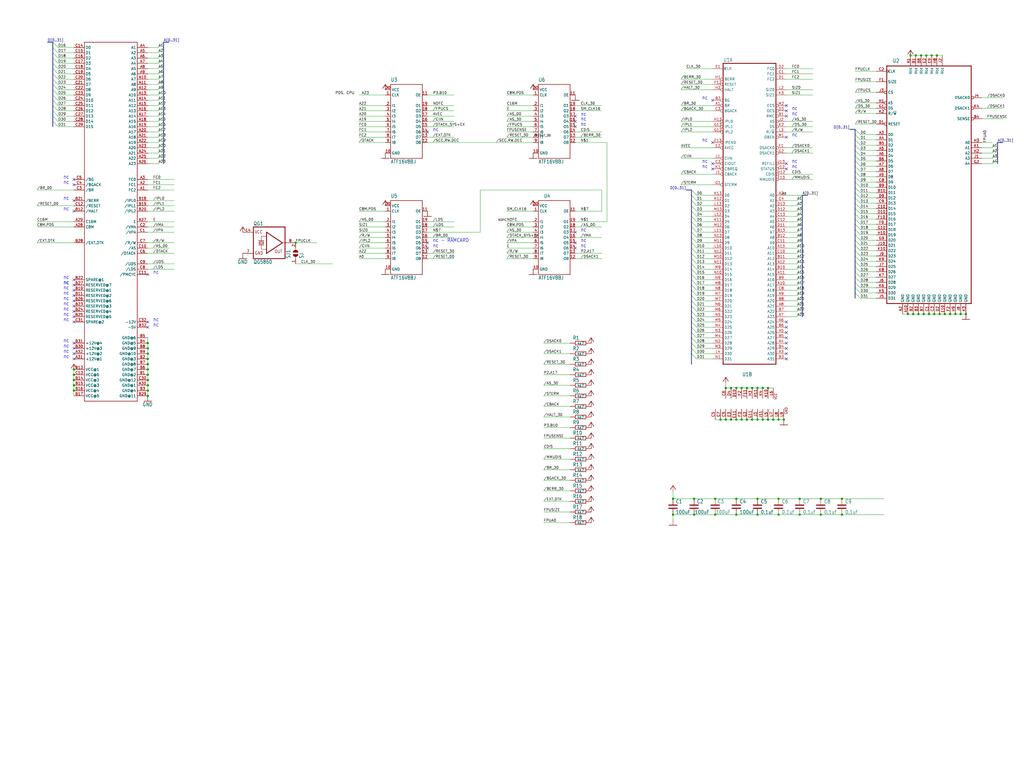
<source format=kicad_sch>
(kicad_sch (version 20231120) (generator "eeschema") (generator_version "8.0")
  (paper "User" 492.76 365.735)
  (lib_symbols
    (symbol "Device:C" (pin_numbers hide) (pin_names (offset 0.254))
      (property "Reference" "C" (at 0.635 2.54 0))
      (property "Value" "C" (at 0.635 -2.54 0))
      (symbol "C_1_1"
        (pin passive line (at 0 3.81 270) (length 2.794) (name "~") (number "1"))
        (pin passive line (at 0 -3.81 90) (length 2.794) (name "~") (number "2"))
      )
    )
    (symbol "MC68030RC_1"
      (property "Reference" "IC" (at -0.635 -0.635 0))
      (symbol "MC68030RC_1_1_0"
        (pin input inverted (at -17.78 50.8 0) (length 5.08) (name "BR") (number "A1"))
        (pin output line (at 17.78 -35.56 180) (length 5.08) (name "A17") (number "A10"))
        (pin output line (at 17.78 -30.48 180) (length 5.08) (name "A15") (number "A11"))
        (pin output line (at 17.78 -25.4 180) (length 5.08) (name "A13") (number "A12"))
        (pin output line (at 17.78 -17.78 180) (length 5.08) (name "A10") (number "A13"))
        (pin output line (at 17.78 7.62 180) (length 5.08) (name "A0") (number "A2"))
        (pin output line (at 17.78 -68.58 180) (length 5.08) (name "A30") (number "A3"))
        (pin output line (at 17.78 -63.5 180) (length 5.08) (name "A28") (number "A4"))
        (pin output line (at 17.78 -58.42 180) (length 5.08) (name "A26") (number "A5"))
        (pin output line (at 17.78 -53.34 180) (length 5.08) (name "A24") (number "A6"))
        (pin output line (at 17.78 -50.8 180) (length 5.08) (name "A23") (number "A7"))
        (pin output line (at 17.78 -45.72 180) (length 5.08) (name "A21") (number "A8"))
        (pin output line (at 17.78 -40.64 180) (length 5.08) (name "A19") (number "A9"))
        (pin output inverted (at 17.78 45.72 180) (length 5.08) (name "RMC") (number "B1"))
        (pin output line (at 17.78 -27.94 180) (length 5.08) (name "A14") (number "B10"))
        (pin output line (at 17.78 -22.86 180) (length 5.08) (name "A12") (number "B11"))
        (pin output line (at 17.78 -12.7 180) (length 5.08) (name "A8") (number "B12"))
        (pin output line (at 17.78 -10.16 180) (length 5.08) (name "A7") (number "B13"))
        (pin output inverted (at -17.78 53.34 0) (length 5.08) (name "BG") (number "B2"))
        (pin output line (at 17.78 -71.12 180) (length 5.08) (name "A31") (number "B3"))
        (pin output line (at 17.78 -66.04 180) (length 5.08) (name "A29") (number "B4"))
        (pin output line (at 17.78 -60.96 180) (length 5.08) (name "A27") (number "B5"))
        (pin output line (at 17.78 -55.88 180) (length 5.08) (name "A25") (number "B6"))
        (pin output line (at 17.78 -48.26 180) (length 5.08) (name "A22") (number "B7"))
        (pin output line (at 17.78 -43.18 180) (length 5.08) (name "A20") (number "B8"))
        (pin output line (at 17.78 -33.02 180) (length 5.08) (name "A16") (number "B9"))
        (pin output line (at 17.78 66.04 180) (length 5.08) (name "FC1") (number "C1"))
        (pin output line (at 17.78 -20.32 180) (length 5.08) (name "A11") (number "C10"))
        (pin output line (at 17.78 -15.24 180) (length 5.08) (name "A9") (number "C11"))
        (pin output line (at 17.78 -5.08 180) (length 5.08) (name "A5") (number "C12"))
        (pin output line (at 17.78 -2.54 180) (length 5.08) (name "A4") (number "C13"))
        (pin output inverted (at -17.78 22.86 0) (length 5.08) (name "CIOUT") (number "C2"))
        (pin input inverted (at -17.78 48.26 0) (length 5.08) (name "BGACK") (number "C3"))
        (pin output line (at 17.78 5.08 180) (length 5.08) (name "A1") (number "C4"))
        (pin output line (at 17.78 -38.1 180) (length 5.08) (name "A18") (number "C8"))
        (pin output line (at 17.78 63.5 180) (length 5.08) (name "FC2") (number "D1"))
        (pin output line (at 17.78 -7.62 180) (length 5.08) (name "A6") (number "D11"))
        (pin output line (at 17.78 0 180) (length 5.08) (name "A3") (number "D12"))
        (pin output line (at 17.78 2.54 180) (length 5.08) (name "A2") (number "D13"))
        (pin output line (at 17.78 68.58 180) (length 5.08) (name "FC0") (number "D2"))
        (pin output inverted (at 17.78 48.26 180) (length 5.08) (name "OCS") (number "D3"))
        (pin no_connect line (at 17.78 11.43 180) (length 5.08) hide (name "NC") (number "D5"))
        (pin input clock (at -17.78 68.58 0) (length 5.08) (name "CLK") (number "E1"))
        (pin no_connect line (at 17.78 11.43 180) (length 5.08) hide (name "NC") (number "E12"))
        (pin output inverted (at -17.78 33.02 0) (length 5.08) (name "IPEND") (number "E13"))
        (pin input inverted (at -17.78 30.48 0) (length 5.08) (name "AVEC") (number "E2"))
        (pin input inverted (at 17.78 30.48 180) (length 5.08) (name "DSACK0") (number "F1"))
        (pin no_connect line (at 17.78 11.43 180) (length 5.08) hide (name "NC") (number "F10"))
        (pin bidirectional inverted (at -17.78 60.96 0) (length 5.08) (name "RESET") (number "F12"))
        (pin input inverted (at 17.78 15.24 180) (length 5.08) (name "MMUDIS") (number "F13"))
        (pin no_connect line (at 17.78 11.43 180) (length 5.08) hide (name "NC") (number "F4"))
        (pin input inverted (at -17.78 12.7 0) (length 5.08) (name "STERM") (number "G1"))
        (pin input inverted (at -17.78 38.1 0) (length 5.08) (name "IPL2") (number "G12"))
        (pin input inverted (at -17.78 40.64 0) (length 5.08) (name "IPL1") (number "G13"))
        (pin input inverted (at 17.78 27.94 180) (length 5.08) (name "DSACK1") (number "G2"))
        (pin input inverted (at -17.78 63.5 0) (length 5.08) (name "BERR") (number "H1"))
        (pin input inverted (at 17.78 17.78 180) (length 5.08) (name "CDIS") (number "H12"))
        (pin input inverted (at -17.78 43.18 0) (length 5.08) (name "IPL0") (number "H13"))
        (pin input inverted (at -17.78 58.42 0) (length 5.08) (name "HALT") (number "H2"))
        (pin input inverted (at -17.78 17.78 0) (length 5.08) (name "CBACK") (number "J1"))
        (pin output inverted (at 17.78 20.32 180) (length 5.08) (name "STATUS") (number "J12"))
        (pin output inverted (at 17.78 22.86 180) (length 5.08) (name "REFILL") (number "J13"))
        (pin output inverted (at 17.78 43.18 180) (length 5.08) (name "AS") (number "J2"))
        (pin output inverted (at -17.78 20.32 0) (length 5.08) (name "CBREQ") (number "K1"))
        (pin bidirectional line (at -17.78 -5.08 0) (length 5.08) (name "D5") (number "K11"))
        (pin bidirectional line (at -17.78 5.08 0) (length 5.08) (name "D1") (number "K12"))
        (pin bidirectional line (at -17.78 7.62 0) (length 5.08) (name "D0") (number "K13"))
        (pin output inverted (at 17.78 40.64 180) (length 5.08) (name "DS") (number "K2"))
        (pin output line (at 17.78 55.88 180) (length 5.08) (name "SIZ1") (number "K3"))
        (pin no_connect line (at 17.78 11.43 180) (length 5.08) hide (name "NC") (number "K5"))
        (pin input inverted (at -17.78 25.4 0) (length 5.08) (name "CIIN") (number "L1"))
        (pin bidirectional line (at -17.78 -17.78 0) (length 5.08) (name "D10") (number "L10"))
        (pin bidirectional line (at -17.78 -10.16 0) (length 5.08) (name "D7") (number "L11"))
        (pin bidirectional line (at -17.78 -2.54 0) (length 5.08) (name "D4") (number "L12"))
        (pin bidirectional line (at -17.78 2.54 0) (length 5.08) (name "D2") (number "L13"))
        (pin output line (at 17.78 58.42 180) (length 5.08) (name "SIZ0") (number "L2"))
        (pin output line (at 17.78 38.1 180) (length 5.08) (name "R/~{W}") (number "L3"))
        (pin bidirectional line (at -17.78 -68.58 0) (length 5.08) (name "D30") (number "L4"))
        (pin output inverted (at 17.78 35.56 180) (length 5.08) (name "DBEN") (number "M1"))
        (pin bidirectional line (at -17.78 -22.86 0) (length 5.08) (name "D12") (number "M10"))
        (pin bidirectional line (at -17.78 -15.24 0) (length 5.08) (name "D9") (number "M11"))
        (pin bidirectional line (at -17.78 -7.62 0) (length 5.08) (name "D6") (number "M12"))
        (pin bidirectional line (at -17.78 0 0) (length 5.08) (name "D3") (number "M13"))
        (pin output inverted (at 17.78 50.8 180) (length 5.08) (name "ECS") (number "M2"))
        (pin bidirectional line (at -17.78 -66.04 0) (length 5.08) (name "D29") (number "M3"))
        (pin bidirectional line (at -17.78 -60.96 0) (length 5.08) (name "D27") (number "M4"))
        (pin bidirectional line (at -17.78 -53.34 0) (length 5.08) (name "D24") (number "M5"))
        (pin bidirectional line (at -17.78 -48.26 0) (length 5.08) (name "D22") (number "M6"))
        (pin bidirectional line (at -17.78 -43.18 0) (length 5.08) (name "D20") (number "M7"))
        (pin bidirectional line (at -17.78 -35.56 0) (length 5.08) (name "D17") (number "M8"))
        (pin bidirectional line (at -17.78 -27.94 0) (length 5.08) (name "D14") (number "M9"))
        (pin bidirectional line (at -17.78 -71.12 0) (length 5.08) (name "D31") (number "N1"))
        (pin bidirectional line (at -17.78 -30.48 0) (length 5.08) (name "D15") (number "N10"))
        (pin bidirectional line (at -17.78 -25.4 0) (length 5.08) (name "D13") (number "N11"))
        (pin bidirectional line (at -17.78 -20.32 0) (length 5.08) (name "D11") (number "N12"))
        (pin bidirectional line (at -17.78 -12.7 0) (length 5.08) (name "D8") (number "N13"))
        (pin bidirectional line (at -17.78 -63.5 0) (length 5.08) (name "D28") (number "N2"))
        (pin bidirectional line (at -17.78 -58.42 0) (length 5.08) (name "D26") (number "N3"))
        (pin bidirectional line (at -17.78 -55.88 0) (length 5.08) (name "D25") (number "N4"))
        (pin bidirectional line (at -17.78 -50.8 0) (length 5.08) (name "D23") (number "N5"))
        (pin bidirectional line (at -17.78 -45.72 0) (length 5.08) (name "D21") (number "N6"))
        (pin bidirectional line (at -17.78 -40.64 0) (length 5.08) (name "D19") (number "N7"))
        (pin bidirectional line (at -17.78 -38.1 0) (length 5.08) (name "D18") (number "N8"))
        (pin bidirectional line (at -17.78 -33.02 0) (length 5.08) (name "D16") (number "N9"))
      )
      (symbol "MC68030RC_1_2_0"
        (text "GND" (at 19.685 -5.08 900) (effects (font (size 1.27 1.0795)) (justify left bottom)))
        (text "VCC" (at 14.605 1.905 900) (effects (font (size 1.27 1.0795)) (justify left bottom)))
        (pin power_in line (at -15.24 -7.62 90) (length 5.08) (name "GND@1") (number "C5"))
        (pin power_in line (at -10.16 7.62 270) (length 5.08) (name "VCC@1") (number "C6"))
        (pin power_in line (at -12.7 -7.62 90) (length 5.08) (name "GND@2") (number "C7"))
        (pin power_in line (at -10.16 -7.62 90) (length 5.08) (name "GND@3") (number "C9"))
        (pin power_in line (at -5.08 7.62 270) (length 5.08) (name "VCC@3") (number "D10"))
        (pin power_in line (at -7.62 7.62 270) (length 5.08) (name "VCC@2") (number "D4"))
        (pin power_in line (at -5.08 -7.62 90) (length 5.08) (name "GND@5") (number "E11"))
        (pin power_in line (at -7.62 -7.62 90) (length 5.08) (name "GND@4") (number "E3"))
        (pin power_in line (at 0 7.62 270) (length 5.08) (name "VCC@5") (number "F11"))
        (pin power_in line (at -2.54 7.62 270) (length 5.08) (name "VCC@4") (number "F2"))
        (pin power_in line (at -2.54 -7.62 90) (length 5.08) (name "GND@6") (number "F3"))
        (pin power_in line (at 2.54 -7.62 90) (length 5.08) (name "GND@8") (number "G11"))
        (pin power_in line (at 0 -7.62 90) (length 5.08) (name "GND@7") (number "G3"))
        (pin power_in line (at 5.08 7.62 270) (length 5.08) (name "VCC@7") (number "H11"))
        (pin power_in line (at 2.54 7.62 270) (length 5.08) (name "VCC@6") (number "H3"))
        (pin power_in line (at 7.62 -7.62 90) (length 5.08) (name "GND@10") (number "J11"))
        (pin power_in line (at 5.08 -7.62 90) (length 5.08) (name "GND@9") (number "J3"))
        (pin power_in line (at 10.16 7.62 270) (length 5.08) (name "VCC@9") (number "K10"))
        (pin power_in line (at 7.62 7.62 270) (length 5.08) (name "VCC@8") (number "K4"))
        (pin power_in line (at 10.16 -7.62 90) (length 5.08) (name "GND@11") (number "L5"))
        (pin power_in line (at 12.7 7.62 270) (length 5.08) (name "VCC@10") (number "L6"))
        (pin power_in line (at 12.7 -7.62 90) (length 5.08) (name "GND@12") (number "L7"))
        (pin power_in line (at 15.24 -7.62 90) (length 5.08) (name "GND@13") (number "L8"))
        (pin power_in line (at 17.78 -7.62 90) (length 5.08) (name "GND@14") (number "L9"))
      )
    )
    (symbol "Performer-SE-PL-CL-eagle-import:ATF16V8BJ"
      (property "Reference" "IC" (at -7.62 19.05 0))
      (property "Value" "ATF16V8BJ" (at -7.62 -20.32 0))
      (symbol "ATF16V8BJ_1_0"
        (pin input line (at -10.16 12.7 0) (length 2.54) (name "CLK") (number "1"))
        (pin power_in line (at -10.16 -15.24 0) (length 2.54) (name "GND") (number "10"))
        (pin input line (at 10.16 12.7 180) (length 2.54) (name "OE") (number "11"))
        (pin output line (at 10.16 -10.16 180) (length 2.54) (name "O8") (number "12"))
        (pin output line (at 10.16 -7.62 180) (length 2.54) (name "O7") (number "13"))
        (pin output line (at 10.16 -5.08 180) (length 2.54) (name "O6") (number "14"))
        (pin output line (at 10.16 -2.54 180) (length 2.54) (name "O5") (number "15"))
        (pin output line (at 10.16 0 180) (length 2.54) (name "O4") (number "16"))
        (pin output line (at 10.16 2.54 180) (length 2.54) (name "O3") (number "17"))
        (pin output line (at 10.16 5.08 180) (length 2.54) (name "O2") (number "18"))
        (pin output line (at 10.16 7.62 180) (length 2.54) (name "O1") (number "19"))
        (pin input line (at -10.16 7.62 0) (length 2.54) (name "I1") (number "2"))
        (pin power_in line (at -10.16 15.24 0) (length 2.54) (name "VCC") (number "20"))
        (pin input line (at -10.16 5.08 0) (length 2.54) (name "I2") (number "3"))
        (pin input line (at -10.16 2.54 0) (length 2.54) (name "I3") (number "4"))
        (pin input line (at -10.16 0 0) (length 2.54) (name "I4") (number "5"))
        (pin input line (at -10.16 -2.54 0) (length 2.54) (name "I5") (number "6"))
        (pin input line (at -10.16 -5.08 0) (length 2.54) (name "I6") (number "7"))
        (pin input line (at -10.16 -7.62 0) (length 2.54) (name "I7") (number "8"))
        (pin input line (at -10.16 -10.16 0) (length 2.54) (name "I8") (number "9"))
      )
    )
    (symbol "Performer-SE-PL-CL-eagle-import:GND" (power)
      (property "Value" "GND" (at -2.54 -2.54 0))
      (symbol "GND_1_0"
        (pin power_in line (at 0 2.54 270) (length 2.54) (name "GND") (number "1"))
      )
    )
    (symbol "Performer-SE-PL-CL-eagle-import:MAC_SE_PDS"
      (symbol "MAC_SE_PDS_1_0"
        (pin bidirectional line (at 17.78 15.24 180) (length 5.08) (name "FC2") (number "A1"))
        (pin bidirectional line (at 17.78 68.58 180) (length 5.08) (name "A7") (number "A10"))
        (pin bidirectional line (at 17.78 66.04 180) (length 5.08) (name "A8") (number "A11"))
        (pin bidirectional line (at 17.78 63.5 180) (length 5.08) (name "A9") (number "A12"))
        (pin bidirectional line (at 17.78 60.96 180) (length 5.08) (name "A10") (number "A13"))
        (pin bidirectional line (at 17.78 58.42 180) (length 5.08) (name "A11") (number "A14"))
        (pin bidirectional line (at 17.78 55.88 180) (length 5.08) (name "A12") (number "A15"))
        (pin bidirectional line (at 17.78 53.34 180) (length 5.08) (name "A13") (number "A16"))
        (pin bidirectional line (at 17.78 50.8 180) (length 5.08) (name "A14") (number "A17"))
        (pin bidirectional line (at 17.78 48.26 180) (length 5.08) (name "A15") (number "A18"))
        (pin bidirectional line (at 17.78 45.72 180) (length 5.08) (name "A16") (number "A19"))
        (pin bidirectional line (at 17.78 17.78 180) (length 5.08) (name "FC1") (number "A2"))
        (pin bidirectional line (at 17.78 43.18 180) (length 5.08) (name "A17") (number "A20"))
        (pin bidirectional line (at 17.78 40.64 180) (length 5.08) (name "A18") (number "A21"))
        (pin bidirectional line (at 17.78 38.1 180) (length 5.08) (name "A19") (number "A22"))
        (pin bidirectional line (at 17.78 35.56 180) (length 5.08) (name "A20") (number "A23"))
        (pin bidirectional line (at 17.78 33.02 180) (length 5.08) (name "A21") (number "A24"))
        (pin bidirectional line (at 17.78 30.48 180) (length 5.08) (name "A22") (number "A25"))
        (pin bidirectional line (at 17.78 27.94 180) (length 5.08) (name "A23") (number "A26"))
        (pin bidirectional line (at 17.78 0 180) (length 5.08) (name "E") (number "A27"))
        (pin bidirectional line (at -17.78 -2.54 0) (length 5.08) (name "C8M") (number "A28"))
        (pin bidirectional line (at -17.78 0 0) (length 5.08) (name "C16M") (number "A29"))
        (pin bidirectional line (at 17.78 20.32 180) (length 5.08) (name "FC0") (number "A3"))
        (pin bidirectional line (at 17.78 -78.74 180) (length 5.08) (name "GND@1") (number "A30"))
        (pin bidirectional line (at -17.78 -66.04 0) (length 5.08) (name "+12V@1") (number "A31"))
        (pin bidirectional line (at -17.78 -63.5 0) (length 5.08) (name "+12V@2") (number "A32"))
        (pin bidirectional line (at 17.78 83.82 180) (length 5.08) (name "A1") (number "A4"))
        (pin bidirectional line (at 17.78 81.28 180) (length 5.08) (name "A2") (number "A5"))
        (pin bidirectional line (at 17.78 78.74 180) (length 5.08) (name "A3") (number "A6"))
        (pin bidirectional line (at 17.78 76.2 180) (length 5.08) (name "A4") (number "A7"))
        (pin bidirectional line (at 17.78 73.66 180) (length 5.08) (name "A5") (number "A8"))
        (pin bidirectional line (at 17.78 71.12 180) (length 5.08) (name "A6") (number "A9"))
        (pin bidirectional line (at 17.78 -73.66 180) (length 5.08) (name "GND@2") (number "B1"))
        (pin bidirectional line (at -17.78 -33.02 0) (length 5.08) (name "RESERVED@1") (number "B10"))
        (pin bidirectional line (at -17.78 -35.56 0) (length 5.08) (name "RESERVED@2") (number "B11"))
        (pin bidirectional line (at -17.78 5.08 0) (length 5.08) (name "/HALT") (number "B12"))
        (pin bidirectional line (at -17.78 -71.12 0) (length 5.08) (name "VCC@1") (number "B13"))
        (pin bidirectional line (at -17.78 -76.2 0) (length 5.08) (name "VCC@2") (number "B14"))
        (pin bidirectional line (at -17.78 -78.74 0) (length 5.08) (name "VCC@3") (number "B15"))
        (pin bidirectional line (at -17.78 -81.28 0) (length 5.08) (name "VCC@4") (number "B16"))
        (pin bidirectional line (at -17.78 -83.82 0) (length 5.08) (name "VCC@5") (number "B17"))
        (pin bidirectional line (at 17.78 10.16 180) (length 5.08) (name "/IPL0") (number "B18"))
        (pin bidirectional line (at 17.78 7.62 180) (length 5.08) (name "/IPL1") (number "B19"))
        (pin bidirectional line (at 17.78 -66.04 180) (length 5.08) (name "GND@3") (number "B2"))
        (pin bidirectional line (at 17.78 5.08 180) (length 5.08) (name "/IPL2") (number "B20"))
        (pin bidirectional line (at -17.78 10.16 0) (length 5.08) (name "/BERR") (number "B21"))
        (pin bidirectional line (at -17.78 -27.94 0) (length 5.08) (name "SPARE@1") (number "B22"))
        (pin bidirectional line (at -17.78 -40.64 0) (length 5.08) (name "RESERVED@3") (number "B23"))
        (pin bidirectional line (at -17.78 -43.18 0) (length 5.08) (name "RESERVED@4") (number "B24"))
        (pin bidirectional line (at -17.78 -45.72 0) (length 5.08) (name "RESERVED@5") (number "B25"))
        (pin bidirectional line (at -17.78 -38.1 0) (length 5.08) (name "RESERVED@6") (number "B26"))
        (pin bidirectional line (at -17.78 -30.48 0) (length 5.08) (name "RESERVED@7") (number "B27"))
        (pin bidirectional line (at -17.78 -10.16 0) (length 5.08) (name "/EXT.DTK") (number "B28"))
        (pin bidirectional line (at 17.78 -83.82 180) (length 5.08) (name "GND@11") (number "B29"))
        (pin bidirectional line (at 17.78 -81.28 180) (length 5.08) (name "GND@4") (number "B3"))
        (pin bidirectional line (at -17.78 -60.96 0) (length 5.08) (name "+12V@3") (number "B30"))
        (pin bidirectional line (at -17.78 -58.42 0) (length 5.08) (name "+12V@4") (number "B31"))
        (pin bidirectional line (at 17.78 -50.8 180) (length 5.08) (name "-5V") (number "B32"))
        (pin bidirectional line (at 17.78 -58.42 180) (length 5.08) (name "GND@5") (number "B4"))
        (pin bidirectional line (at 17.78 -55.88 180) (length 5.08) (name "GND@6") (number "B5"))
        (pin bidirectional line (at 17.78 -71.12 180) (length 5.08) (name "GND@7") (number "B6"))
        (pin bidirectional line (at 17.78 -68.58 180) (length 5.08) (name "GND@8") (number "B7"))
        (pin bidirectional line (at 17.78 -60.96 180) (length 5.08) (name "GND@9") (number "B8"))
        (pin bidirectional line (at 17.78 -63.5 180) (length 5.08) (name "GND@10") (number "B9"))
        (pin bidirectional line (at 17.78 -5.08 180) (length 5.08) (name "/VPA") (number "C1"))
        (pin bidirectional line (at 17.78 -12.7 180) (length 5.08) (name "/AS") (number "C10"))
        (pin bidirectional line (at 17.78 -25.4 180) (length 5.08) (name "/PMCYC") (number "C11"))
        (pin bidirectional line (at -17.78 7.62 0) (length 5.08) (name "/RESET") (number "C12"))
        (pin bidirectional line (at -17.78 -73.66 0) (length 5.08) (name "VCC@6") (number "C13"))
        (pin bidirectional line (at -17.78 83.82 0) (length 5.08) (name "D0") (number "C14"))
        (pin bidirectional line (at -17.78 81.28 0) (length 5.08) (name "D1") (number "C15"))
        (pin bidirectional line (at -17.78 78.74 0) (length 5.08) (name "D2") (number "C16"))
        (pin bidirectional line (at -17.78 76.2 0) (length 5.08) (name "D3") (number "C17"))
        (pin bidirectional line (at -17.78 73.66 0) (length 5.08) (name "D4") (number "C18"))
        (pin bidirectional line (at -17.78 71.12 0) (length 5.08) (name "D5") (number "C19"))
        (pin bidirectional line (at 17.78 -2.54 180) (length 5.08) (name "/VMA") (number "C2"))
        (pin bidirectional line (at -17.78 68.58 0) (length 5.08) (name "D6") (number "C20"))
        (pin bidirectional line (at -17.78 66.04 0) (length 5.08) (name "D7") (number "C21"))
        (pin bidirectional line (at -17.78 63.5 0) (length 5.08) (name "D8") (number "C22"))
        (pin bidirectional line (at -17.78 60.96 0) (length 5.08) (name "D9") (number "C23"))
        (pin bidirectional line (at -17.78 58.42 0) (length 5.08) (name "D10") (number "C24"))
        (pin bidirectional line (at -17.78 55.88 0) (length 5.08) (name "D11") (number "C25"))
        (pin bidirectional line (at -17.78 53.34 0) (length 5.08) (name "D12") (number "C26"))
        (pin bidirectional line (at -17.78 50.8 0) (length 5.08) (name "D13") (number "C27"))
        (pin bidirectional line (at -17.78 48.26 0) (length 5.08) (name "D14") (number "C28"))
        (pin bidirectional line (at -17.78 45.72 0) (length 5.08) (name "D15") (number "C29"))
        (pin bidirectional line (at -17.78 15.24 0) (length 5.08) (name "/BR") (number "C3"))
        (pin bidirectional line (at 17.78 -76.2 180) (length 5.08) (name "GND@12") (number "C30"))
        (pin bidirectional line (at -17.78 -48.26 0) (length 5.08) (name "SPARE@2") (number "C31"))
        (pin bidirectional line (at 17.78 -48.26 180) (length 5.08) (name "-12V") (number "C32"))
        (pin bidirectional line (at -17.78 17.78 0) (length 5.08) (name "/BGACK") (number "C4"))
        (pin bidirectional line (at -17.78 20.32 0) (length 5.08) (name "/BG") (number "C5"))
        (pin bidirectional line (at 17.78 -15.24 180) (length 5.08) (name "/DTACK") (number "C6"))
        (pin bidirectional line (at 17.78 -10.16 180) (length 5.08) (name "/R/W") (number "C7"))
        (pin bidirectional line (at 17.78 -22.86 180) (length 5.08) (name "/LDS") (number "C8"))
        (pin bidirectional line (at 17.78 -20.32 180) (length 5.08) (name "/UDS") (number "C9"))
      )
    )
    (symbol "Performer-SE-PL-CL-eagle-import:MC68030RC"
      (property "Reference" "IC" (at -0.635 -0.635 0))
      (symbol "MC68030RC_1_0"
        (pin input inverted (at -17.78 50.8 0) (length 5.08) (name "BR") (number "A1"))
        (pin output line (at 17.78 -35.56 180) (length 5.08) (name "A17") (number "A10"))
        (pin output line (at 17.78 -30.48 180) (length 5.08) (name "A15") (number "A11"))
        (pin output line (at 17.78 -25.4 180) (length 5.08) (name "A13") (number "A12"))
        (pin output line (at 17.78 -17.78 180) (length 5.08) (name "A10") (number "A13"))
        (pin output line (at 17.78 7.62 180) (length 5.08) (name "A0") (number "A2"))
        (pin output line (at 17.78 -68.58 180) (length 5.08) (name "A30") (number "A3"))
        (pin output line (at 17.78 -63.5 180) (length 5.08) (name "A28") (number "A4"))
        (pin output line (at 17.78 -58.42 180) (length 5.08) (name "A26") (number "A5"))
        (pin output line (at 17.78 -53.34 180) (length 5.08) (name "A24") (number "A6"))
        (pin output line (at 17.78 -50.8 180) (length 5.08) (name "A23") (number "A7"))
        (pin output line (at 17.78 -45.72 180) (length 5.08) (name "A21") (number "A8"))
        (pin output line (at 17.78 -40.64 180) (length 5.08) (name "A19") (number "A9"))
        (pin output inverted (at 17.78 45.72 180) (length 5.08) (name "RMC") (number "B1"))
        (pin output line (at 17.78 -27.94 180) (length 5.08) (name "A14") (number "B10"))
        (pin output line (at 17.78 -22.86 180) (length 5.08) (name "A12") (number "B11"))
        (pin output line (at 17.78 -12.7 180) (length 5.08) (name "A8") (number "B12"))
        (pin output line (at 17.78 -10.16 180) (length 5.08) (name "A7") (number "B13"))
        (pin output inverted (at -17.78 53.34 0) (length 5.08) (name "BG") (number "B2"))
        (pin output line (at 17.78 -71.12 180) (length 5.08) (name "A31") (number "B3"))
        (pin output line (at 17.78 -66.04 180) (length 5.08) (name "A29") (number "B4"))
        (pin output line (at 17.78 -60.96 180) (length 5.08) (name "A27") (number "B5"))
        (pin output line (at 17.78 -55.88 180) (length 5.08) (name "A25") (number "B6"))
        (pin output line (at 17.78 -48.26 180) (length 5.08) (name "A22") (number "B7"))
        (pin output line (at 17.78 -43.18 180) (length 5.08) (name "A20") (number "B8"))
        (pin output line (at 17.78 -33.02 180) (length 5.08) (name "A16") (number "B9"))
        (pin output line (at 17.78 66.04 180) (length 5.08) (name "FC1") (number "C1"))
        (pin output line (at 17.78 -20.32 180) (length 5.08) (name "A11") (number "C10"))
        (pin output line (at 17.78 -15.24 180) (length 5.08) (name "A9") (number "C11"))
        (pin output line (at 17.78 -5.08 180) (length 5.08) (name "A5") (number "C12"))
        (pin output line (at 17.78 -2.54 180) (length 5.08) (name "A4") (number "C13"))
        (pin output inverted (at -17.78 22.86 0) (length 5.08) (name "CIOUT") (number "C2"))
        (pin input inverted (at -17.78 48.26 0) (length 5.08) (name "BGACK") (number "C3"))
        (pin output line (at 17.78 5.08 180) (length 5.08) (name "A1") (number "C4"))
        (pin output line (at 17.78 -38.1 180) (length 5.08) (name "A18") (number "C8"))
        (pin output line (at 17.78 63.5 180) (length 5.08) (name "FC2") (number "D1"))
        (pin output line (at 17.78 -7.62 180) (length 5.08) (name "A6") (number "D11"))
        (pin output line (at 17.78 0 180) (length 5.08) (name "A3") (number "D12"))
        (pin output line (at 17.78 2.54 180) (length 5.08) (name "A2") (number "D13"))
        (pin output line (at 17.78 68.58 180) (length 5.08) (name "FC0") (number "D2"))
        (pin output inverted (at 17.78 48.26 180) (length 5.08) (name "OCS") (number "D3"))
        (pin input clock (at -17.78 68.58 0) (length 5.08) (name "CLK") (number "E1"))
        (pin output inverted (at -17.78 33.02 0) (length 5.08) (name "IPEND") (number "E13"))
        (pin input inverted (at -17.78 30.48 0) (length 5.08) (name "AVEC") (number "E2"))
        (pin input inverted (at 17.78 30.48 180) (length 5.08) (name "DSACK0") (number "F1"))
        (pin bidirectional inverted (at -17.78 60.96 0) (length 5.08) (name "RESET") (number "F12"))
        (pin input inverted (at 17.78 15.24 180) (length 5.08) (name "MMUDIS") (number "F13"))
        (pin input inverted (at -17.78 12.7 0) (length 5.08) (name "STERM") (number "G1"))
        (pin input inverted (at -17.78 38.1 0) (length 5.08) (name "IPL2") (number "G12"))
        (pin input inverted (at -17.78 40.64 0) (length 5.08) (name "IPL1") (number "G13"))
        (pin input inverted (at 17.78 27.94 180) (length 5.08) (name "DSACK1") (number "G2"))
        (pin input inverted (at -17.78 63.5 0) (length 5.08) (name "BERR") (number "H1"))
        (pin input inverted (at 17.78 17.78 180) (length 5.08) (name "CDIS") (number "H12"))
        (pin input inverted (at -17.78 43.18 0) (length 5.08) (name "IPL0") (number "H13"))
        (pin input inverted (at -17.78 58.42 0) (length 5.08) (name "HALT") (number "H2"))
        (pin input inverted (at -17.78 17.78 0) (length 5.08) (name "CBACK") (number "J1"))
        (pin output inverted (at 17.78 20.32 180) (length 5.08) (name "STATUS") (number "J12"))
        (pin output inverted (at 17.78 22.86 180) (length 5.08) (name "REFILL") (number "J13"))
        (pin output inverted (at 17.78 43.18 180) (length 5.08) (name "AS") (number "J2"))
        (pin output inverted (at -17.78 20.32 0) (length 5.08) (name "CBREQ") (number "K1"))
        (pin bidirectional line (at -17.78 -5.08 0) (length 5.08) (name "D5") (number "K11"))
        (pin bidirectional line (at -17.78 5.08 0) (length 5.08) (name "D1") (number "K12"))
        (pin bidirectional line (at -17.78 7.62 0) (length 5.08) (name "D0") (number "K13"))
        (pin output inverted (at 17.78 40.64 180) (length 5.08) (name "DS") (number "K2"))
        (pin output line (at 17.78 55.88 180) (length 5.08) (name "SIZ1") (number "K3"))
        (pin input inverted (at -17.78 25.4 0) (length 5.08) (name "CIIN") (number "L1"))
        (pin bidirectional line (at -17.78 -17.78 0) (length 5.08) (name "D10") (number "L10"))
        (pin bidirectional line (at -17.78 -10.16 0) (length 5.08) (name "D7") (number "L11"))
        (pin bidirectional line (at -17.78 -2.54 0) (length 5.08) (name "D4") (number "L12"))
        (pin bidirectional line (at -17.78 2.54 0) (length 5.08) (name "D2") (number "L13"))
        (pin output line (at 17.78 58.42 180) (length 5.08) (name "SIZ0") (number "L2"))
        (pin output line (at 17.78 38.1 180) (length 5.08) (name "R/~{W}") (number "L3"))
        (pin bidirectional line (at -17.78 -68.58 0) (length 5.08) (name "D30") (number "L4"))
        (pin output inverted (at 17.78 35.56 180) (length 5.08) (name "DBEN") (number "M1"))
        (pin bidirectional line (at -17.78 -22.86 0) (length 5.08) (name "D12") (number "M10"))
        (pin bidirectional line (at -17.78 -15.24 0) (length 5.08) (name "D9") (number "M11"))
        (pin bidirectional line (at -17.78 -7.62 0) (length 5.08) (name "D6") (number "M12"))
        (pin bidirectional line (at -17.78 0 0) (length 5.08) (name "D3") (number "M13"))
        (pin output inverted (at 17.78 50.8 180) (length 5.08) (name "ECS") (number "M2"))
        (pin bidirectional line (at -17.78 -66.04 0) (length 5.08) (name "D29") (number "M3"))
        (pin bidirectional line (at -17.78 -60.96 0) (length 5.08) (name "D27") (number "M4"))
        (pin bidirectional line (at -17.78 -53.34 0) (length 5.08) (name "D24") (number "M5"))
        (pin bidirectional line (at -17.78 -48.26 0) (length 5.08) (name "D22") (number "M6"))
        (pin bidirectional line (at -17.78 -43.18 0) (length 5.08) (name "D20") (number "M7"))
        (pin bidirectional line (at -17.78 -35.56 0) (length 5.08) (name "D17") (number "M8"))
        (pin bidirectional line (at -17.78 -27.94 0) (length 5.08) (name "D14") (number "M9"))
        (pin bidirectional line (at -17.78 -71.12 0) (length 5.08) (name "D31") (number "N1"))
        (pin bidirectional line (at -17.78 -30.48 0) (length 5.08) (name "D15") (number "N10"))
        (pin bidirectional line (at -17.78 -25.4 0) (length 5.08) (name "D13") (number "N11"))
        (pin bidirectional line (at -17.78 -20.32 0) (length 5.08) (name "D11") (number "N12"))
        (pin bidirectional line (at -17.78 -12.7 0) (length 5.08) (name "D8") (number "N13"))
        (pin bidirectional line (at -17.78 -63.5 0) (length 5.08) (name "D28") (number "N2"))
        (pin bidirectional line (at -17.78 -58.42 0) (length 5.08) (name "D26") (number "N3"))
        (pin bidirectional line (at -17.78 -55.88 0) (length 5.08) (name "D25") (number "N4"))
        (pin bidirectional line (at -17.78 -50.8 0) (length 5.08) (name "D23") (number "N5"))
        (pin bidirectional line (at -17.78 -45.72 0) (length 5.08) (name "D21") (number "N6"))
        (pin bidirectional line (at -17.78 -40.64 0) (length 5.08) (name "D19") (number "N7"))
        (pin bidirectional line (at -17.78 -38.1 0) (length 5.08) (name "D18") (number "N8"))
        (pin bidirectional line (at -17.78 -33.02 0) (length 5.08) (name "D16") (number "N9"))
      )
      (symbol "MC68030RC_2_0"
        (text "GND" (at 19.685 -5.08 900) (effects (font (size 1.27 1.0795)) (justify left bottom)))
        (text "VCC" (at 14.605 1.905 900) (effects (font (size 1.27 1.0795)) (justify left bottom)))
        (pin power_in line (at -15.24 -7.62 90) (length 5.08) (name "GND@1") (number "C5"))
        (pin power_in line (at -10.16 7.62 270) (length 5.08) (name "VCC@1") (number "C6"))
        (pin power_in line (at -12.7 -7.62 90) (length 5.08) (name "GND@2") (number "C7"))
        (pin power_in line (at -10.16 -7.62 90) (length 5.08) (name "GND@3") (number "C9"))
        (pin power_in line (at -5.08 7.62 270) (length 5.08) (name "VCC@3") (number "D10"))
        (pin power_in line (at -7.62 7.62 270) (length 5.08) (name "VCC@2") (number "D4"))
        (pin power_in line (at -5.08 -7.62 90) (length 5.08) (name "GND@5") (number "E11"))
        (pin power_in line (at -7.62 -7.62 90) (length 5.08) (name "GND@4") (number "E3"))
        (pin power_in line (at 0 7.62 270) (length 5.08) (name "VCC@5") (number "F11"))
        (pin power_in line (at -2.54 7.62 270) (length 5.08) (name "VCC@4") (number "F2"))
        (pin power_in line (at -2.54 -7.62 90) (length 5.08) (name "GND@6") (number "F3"))
        (pin power_in line (at 2.54 -7.62 90) (length 5.08) (name "GND@8") (number "G11"))
        (pin power_in line (at 0 -7.62 90) (length 5.08) (name "GND@7") (number "G3"))
        (pin power_in line (at 5.08 7.62 270) (length 5.08) (name "VCC@7") (number "H11"))
        (pin power_in line (at 2.54 7.62 270) (length 5.08) (name "VCC@6") (number "H3"))
        (pin power_in line (at 7.62 -7.62 90) (length 5.08) (name "GND@10") (number "J11"))
        (pin power_in line (at 5.08 -7.62 90) (length 5.08) (name "GND@9") (number "J3"))
        (pin power_in line (at 10.16 7.62 270) (length 5.08) (name "VCC@9") (number "K10"))
        (pin power_in line (at 7.62 7.62 270) (length 5.08) (name "VCC@8") (number "K4"))
        (pin power_in line (at 10.16 -7.62 90) (length 5.08) (name "GND@11") (number "L5"))
        (pin power_in line (at 12.7 7.62 270) (length 5.08) (name "VCC@10") (number "L6"))
        (pin power_in line (at 12.7 -7.62 90) (length 5.08) (name "GND@12") (number "L7"))
        (pin power_in line (at 15.24 -7.62 90) (length 5.08) (name "GND@13") (number "L8"))
        (pin power_in line (at 17.78 -7.62 90) (length 5.08) (name "GND@14") (number "L9"))
      )
    )
    (symbol "Performer-SE-PL-CL-eagle-import:MC68881RC"
      (property "Reference" "U" (at -19.558 56.388 0))
      (symbol "MC68881RC_1_0"
        (pin power_in line (at -8.89 60.96 270) (length 5.08) (name "Vcc") (number "A1"))
        (pin power_in line (at -10.16 -63.5 90) (length 5.08) (name "GND") (number "A10"))
        (pin power_in line (at -12.7 -63.5 90) (length 5.08) (name "GND") (number "A2"))
        (pin bidirectional line (at -25.4 22.86 0) (length 5.08) (name "D0") (number "A3"))
        (pin bidirectional line (at -25.4 20.32 0) (length 5.08) (name "D1") (number "A4"))
        (pin bidirectional line (at -25.4 15.24 0) (length 5.08) (name "D3") (number "A5"))
        (pin bidirectional line (at -25.4 12.7 0) (length 5.08) (name "D4") (number "A6"))
        (pin bidirectional line (at -25.4 7.62 0) (length 5.08) (name "D6") (number "A7"))
        (pin bidirectional line (at -25.4 5.08 0) (length 5.08) (name "D7") (number "A8"))
        (pin bidirectional line (at -25.4 2.54 0) (length 5.08) (name "D8") (number "A9"))
        (pin power_in line (at -6.35 60.96 270) (length 5.08) (name "Vcc") (number "B1"))
        (pin bidirectional line (at -25.4 -5.08 0) (length 5.08) (name "D11") (number "B10"))
        (pin power_in line (at -7.62 -63.5 90) (length 5.08) (name "GND") (number "B2"))
        (pin power_in line (at -5.08 -63.5 90) (length 5.08) (name "GND") (number "B3"))
        (pin bidirectional inverted (at 25.4 30.48 180) (length 5.08) (name "SENSE") (number "B4"))
        (pin bidirectional line (at -25.4 17.78 0) (length 5.08) (name "D2") (number "B5"))
        (pin bidirectional line (at -25.4 10.16 0) (length 5.08) (name "D5") (number "B6"))
        (pin power_in line (at -2.54 -63.5 90) (length 5.08) (name "GND") (number "B7"))
        (pin power_in line (at -3.81 60.96 270) (length 5.08) (name "Vcc") (number "B8"))
        (pin bidirectional line (at -25.4 -2.54 0) (length 5.08) (name "D10") (number "B9"))
        (pin power_in line (at 0 -63.5 90) (length 5.08) (name "GND") (number "C1"))
        (pin bidirectional line (at -25.4 -12.7 0) (length 5.08) (name "D14") (number "C10"))
        (pin input clock (at -25.4 53.34 0) (length 5.08) (name "CLK") (number "C2"))
        (pin power_in line (at 2.54 -63.5 90) (length 5.08) (name "GND") (number "C3"))
        (pin bidirectional line (at -25.4 0 0) (length 5.08) (name "D9") (number "C8"))
        (pin bidirectional line (at -25.4 -10.16 0) (length 5.08) (name "D13") (number "C9"))
        (pin input inverted (at -25.4 27.94 0) (length 5.08) (name "RESET") (number "D1"))
        (pin bidirectional line (at -25.4 -15.24 0) (length 5.08) (name "D15") (number "D10"))
        (pin power_in line (at 5.08 -63.5 90) (length 5.08) (name "GND") (number "D2"))
        (pin bidirectional line (at -25.4 -7.62 0) (length 5.08) (name "D12") (number "D9"))
        (pin no_connect line (at 25.4 -6.35 180) (length 5.08) hide (name "NC") (number "E1"))
        (pin power_in line (at 7.62 -63.5 90) (length 5.08) (name "GND") (number "E10"))
        (pin power_in line (at -1.27 60.96 270) (length 5.08) (name "Vcc") (number "E2"))
        (pin power_in line (at 1.27 60.96 270) (length 5.08) (name "Vcc") (number "E9"))
        (pin input line (at -25.4 48.26 0) (length 5.08) (name "SIZE") (number "F1"))
        (pin bidirectional line (at -25.4 -17.78 0) (length 5.08) (name "D16") (number "F10"))
        (pin power_in line (at 10.16 -63.5 90) (length 5.08) (name "GND") (number "F2"))
        (pin bidirectional line (at -25.4 -20.32 0) (length 5.08) (name "D17") (number "F9"))
        (pin input inverted (at -25.4 35.56 0) (length 5.08) (name "DS") (number "G1"))
        (pin bidirectional line (at -25.4 -22.86 0) (length 5.08) (name "D18") (number "G10"))
        (pin input line (at 25.4 8.89 180) (length 5.08) (name "A4") (number "G2"))
        (pin bidirectional line (at -25.4 -27.94 0) (length 5.08) (name "D20") (number "G9"))
        (pin input inverted (at -25.4 38.1 0) (length 5.08) (name "AS") (number "H1"))
        (pin bidirectional line (at -25.4 -25.4 0) (length 5.08) (name "D19") (number "H10"))
        (pin input line (at 25.4 13.97 180) (length 5.08) (name "A2") (number "H2"))
        (pin input line (at 25.4 19.05 180) (length 5.08) (name "A0") (number "H3"))
        (pin power_in line (at 3.81 60.96 270) (length 5.08) (name "Vcc") (number "H8"))
        (pin power_in line (at 12.7 -63.5 90) (length 5.08) (name "GND") (number "H9"))
        (pin input line (at 25.4 11.43 180) (length 5.08) (name "A3") (number "J1"))
        (pin bidirectional line (at -25.4 -30.48 0) (length 5.08) (name "D21") (number "J10"))
        (pin power_in line (at 6.35 60.96 270) (length 5.08) (name "Vcc") (number "J2"))
        (pin input inverted (at -25.4 43.18 0) (length 5.08) (name "CS") (number "J3"))
        (pin output inverted (at 25.4 40.64 180) (length 5.08) (name "DSACK0") (number "J4"))
        (pin bidirectional line (at -25.4 -55.88 0) (length 5.08) (name "D31") (number "J5"))
        (pin bidirectional line (at -25.4 -48.26 0) (length 5.08) (name "D28") (number "J6"))
        (pin bidirectional line (at -25.4 -40.64 0) (length 5.08) (name "D25") (number "J7"))
        (pin power_in line (at 15.24 -63.5 90) (length 5.08) (name "GND") (number "J8"))
        (pin bidirectional line (at -25.4 -35.56 0) (length 5.08) (name "D23") (number "J9"))
        (pin input line (at 25.4 16.51 180) (length 5.08) (name "A1") (number "K1"))
        (pin bidirectional line (at -25.4 -33.02 0) (length 5.08) (name "D22") (number "K10"))
        (pin input line (at -25.4 33.02 0) (length 5.08) (name "R/~{W}") (number "K2"))
        (pin power_in line (at 17.78 -63.5 90) (length 5.08) (name "GND") (number "K3"))
        (pin output inverted (at 25.4 35.56 180) (length 5.08) (name "DSACK1") (number "K4"))
        (pin bidirectional line (at -25.4 -53.34 0) (length 5.08) (name "D30") (number "K5"))
        (pin bidirectional line (at -25.4 -50.8 0) (length 5.08) (name "D29") (number "K6"))
        (pin bidirectional line (at -25.4 -45.72 0) (length 5.08) (name "D27") (number "K7"))
        (pin bidirectional line (at -25.4 -43.18 0) (length 5.08) (name "D26") (number "K8"))
        (pin bidirectional line (at -25.4 -38.1 0) (length 5.08) (name "D24") (number "K9"))
      )
    )
    (symbol "Performer-SE-PL-CL-eagle-import:QG5860"
      (property "Reference" "QG" (at -7.62 8.255 0))
      (property "Value" "QG5860" (at -7.62 -10.16 0))
      (symbol "QG5860_1_0"
        (text "GND" (at -6.985 -5.842 0) (effects (font (size 1.524 1.2954)) (justify left bottom)))
        (text "OUT" (at 2.54 -5.08 0) (effects (font (size 1.524 1.2954)) (justify left bottom)))
        (text "VCC" (at -6.985 4.318 0) (effects (font (size 1.524 1.2954)) (justify left bottom)))
        (pin no_connect line (at -12.7 1.27 0) (length 5.08) hide (name "NC") (number "1"))
        (pin power_in line (at -12.7 5.08 0) (length 5.08) (name "VCC") (number "14"))
        (pin power_in line (at -12.7 -5.08 0) (length 5.08) (name "GND") (number "7"))
        (pin output line (at 12.7 0 180) (length 5.08) (name "OUT") (number "8"))
      )
    )
    (symbol "Performer-SE-PL-CL-eagle-import:R-EU_R1206"
      (property "Reference" "R" (at -3.81 1.4986 0))
      (property "Value" "R-EU_R1206" (at -3.81 -3.302 0))
      (symbol "R-EU_R1206_1_0"
        (pin passive line (at -5.08 0 0) (length 2.54) (name "1") (number "1"))
        (pin passive line (at 5.08 0 180) (length 2.54) (name "2") (number "2"))
      )
    )
    (symbol "Performer-SE-PL-CL-eagle-import:SJ"
      (property "Reference" "SJ" (at -2.54 2.54 0))
      (property "Value" "SJ" (at -2.54 -3.81 0))
      (symbol "SJ_1_0"
        (pin passive line (at -5.08 0 0) (length 2.54) (name "1") (number "1"))
        (pin passive line (at 5.08 0 180) (length 2.54) (name "2") (number "2"))
      )
    )
    (symbol "Performer-SE-PL-CL-eagle-import:VCC" (power)
      (property "Value" "VCC" (at -2.54 -2.54 90))
      (symbol "VCC_1_0"
        (pin power_in line (at 0 -2.54 90) (length 2.54) (name "VCC") (number "1"))
      )
    )
  )
  (junction (at 369.57 186.69))
  (junction (at 359.41 201.93))
  (junction (at 349.25 201.93))
  (junction (at 35.56 182.88))
  (junction (at 367.03 201.93))
  (junction (at 344.17 247.65))
  (junction (at 35.56 180.34))
  (junction (at 35.56 177.8))
  (junction (at 364.49 201.93))
  (junction (at 450.85 26.67))
  (junction (at 361.95 201.93))
  (junction (at 369.57 201.93))
  (junction (at 454.66 151.13))
  (junction (at 356.87 201.93))
  (junction (at 464.82 151.13))
  (junction (at 361.95 186.69))
  (junction (at 377.19 201.93))
  (junction (at 71.12 172.72))
  (junction (at 374.65 247.65))
  (junction (at 71.12 175.26))
  (junction (at 71.12 190.5))
  (junction (at 445.77 26.67))
  (junction (at 384.81 247.65))
  (junction (at 71.12 187.96))
  (junction (at 438.15 26.67))
  (junction (at 359.41 186.69))
  (junction (at 351.79 201.93))
  (junction (at 436.88 151.13))
  (junction (at 354.33 201.93))
  (junction (at 443.23 26.67))
  (junction (at 354.33 240.03))
  (junction (at 349.25 186.69))
  (junction (at 405.13 247.65))
  (junction (at 71.12 177.8))
  (junction (at 351.79 186.69))
  (junction (at 449.58 151.13))
  (junction (at 344.17 240.03))
  (junction (at 394.97 247.65))
  (junction (at 448.31 26.67))
  (junction (at 323.85 240.03))
  (junction (at 374.65 201.93))
  (junction (at 35.56 187.96))
  (junction (at 394.97 240.03))
  (junction (at 142.24 116.84))
  (junction (at 447.04 151.13))
  (junction (at 346.71 201.93))
  (junction (at 440.69 26.67))
  (junction (at 441.96 151.13))
  (junction (at 71.12 180.34))
  (junction (at 354.33 247.65))
  (junction (at 364.49 186.69))
  (junction (at 457.2 151.13))
  (junction (at 71.12 165.1))
  (junction (at 374.65 240.03))
  (junction (at 372.11 201.93))
  (junction (at 462.28 151.13))
  (junction (at 384.81 240.03))
  (junction (at 334.01 247.65))
  (junction (at 459.74 151.13))
  (junction (at 71.12 182.88))
  (junction (at 356.87 186.69))
  (junction (at 71.12 167.64))
  (junction (at 71.12 170.18))
  (junction (at 452.12 151.13))
  (junction (at 334.01 240.03))
  (junction (at 367.03 186.69))
  (junction (at 35.56 185.42))
  (junction (at 71.12 185.42))
  (junction (at 364.49 247.65))
  (junction (at 405.13 240.03))
  (junction (at 444.5 151.13))
  (junction (at 439.42 151.13))
  (junction (at 364.49 240.03))
  (junction (at 354.33 186.69))
  (junction (at 323.85 247.65))
  (no_connect (at 35.56 139.7))
  (no_connect (at 276.86 58.42))
  (no_connect (at 378.46 167.64))
  (no_connect (at 378.46 157.48))
  (no_connect (at 378.46 170.18))
  (no_connect (at 35.56 137.16))
  (no_connect (at 276.86 60.96))
  (no_connect (at 342.9 48.26))
  (no_connect (at 378.46 165.1))
  (no_connect (at 276.86 55.88))
  (no_connect (at 35.56 144.78))
  (no_connect (at 205.74 119.38))
  (no_connect (at 35.56 101.6))
  (no_connect (at 35.56 154.94))
  (no_connect (at 378.46 81.28))
  (no_connect (at 71.12 154.94))
  (no_connect (at 35.56 165.1))
  (no_connect (at 205.74 63.5))
  (no_connect (at 35.56 86.36))
  (no_connect (at 35.56 88.9))
  (no_connect (at 378.46 55.88))
  (no_connect (at 378.46 162.56))
  (no_connect (at 35.56 152.4))
  (no_connect (at 35.56 134.62))
  (no_connect (at 35.56 172.72))
  (no_connect (at 378.46 160.02))
  (no_connect (at 276.86 111.76))
  (no_connect (at 378.46 172.72))
  (no_connect (at 378.46 78.74))
  (no_connect (at 378.46 154.94))
  (no_connect (at 276.86 119.38))
  (no_connect (at 35.56 167.64))
  (no_connect (at 342.9 68.58))
  (no_connect (at 35.56 170.18))
  (no_connect (at 342.9 81.28))
  (no_connect (at 378.46 53.34))
  (no_connect (at 378.46 50.8))
  (no_connect (at 378.46 66.04))
  (no_connect (at 35.56 96.52))
  (no_connect (at 35.56 149.86))
  (no_connect (at 35.56 142.24))
  (no_connect (at 71.12 157.48))
  (no_connect (at 35.56 147.32))
  (no_connect (at 342.9 78.74))
  (no_connect (at 205.74 116.84))
  (no_connect (at 276.86 116.84))
  (no_connect (at 71.12 132.08))
  (bus_entry (at 27.94 35.56) (size -2.54 -2.54))
  (bus_entry (at 414.02 138.43) (size -2.54 -2.54))
  (bus_entry (at 335.28 172.72) (size -2.54 -2.54))
  (bus_entry (at 414.02 107.95) (size -2.54 -2.54))
  (bus_entry (at 335.28 149.86) (size -2.54 -2.54))
  (bus_entry (at 335.28 154.94) (size -2.54 -2.54))
  (bus_entry (at 383.54 96.52) (size 2.54 -2.54))
  (bus_entry (at 27.94 50.8) (size -2.54 -2.54))
  (bus_entry (at 335.28 165.1) (size -2.54 -2.54))
  (bus_entry (at 27.94 60.96) (size -2.54 -2.54))
  (bus_entry (at 383.54 142.24) (size 2.54 -2.54))
  (bus_entry (at 27.94 58.42) (size -2.54 -2.54))
  (bus_entry (at 76.2 48.26) (size 2.54 -2.54))
  (bus_entry (at 414.02 85.09) (size -2.54 -2.54))
  (bus_entry (at 414.02 69.85) (size -2.54 -2.54))
  (bus_entry (at 335.28 109.22) (size -2.54 -2.54))
  (bus_entry (at 27.94 25.4) (size -2.54 -2.54))
  (bus_entry (at 76.2 53.34) (size 2.54 -2.54))
  (bus_entry (at 414.02 105.41) (size -2.54 -2.54))
  (bus_entry (at 383.54 134.62) (size 2.54 -2.54))
  (bus_entry (at 414.02 120.65) (size -2.54 -2.54))
  (bus_entry (at 383.54 152.4) (size 2.54 -2.54))
  (bus_entry (at 383.54 149.86) (size 2.54 -2.54))
  (bus_entry (at 414.02 135.89) (size -2.54 -2.54))
  (bus_entry (at 76.2 58.42) (size 2.54 -2.54))
  (bus_entry (at 27.94 48.26) (size -2.54 -2.54))
  (bus_entry (at 27.94 33.02) (size -2.54 -2.54))
  (bus_entry (at 477.52 78.74) (size 2.54 -2.54))
  (bus_entry (at 335.28 170.18) (size -2.54 -2.54))
  (bus_entry (at 383.54 127) (size 2.54 -2.54))
  (bus_entry (at 383.54 109.22) (size 2.54 -2.54))
  (bus_entry (at 335.28 167.64) (size -2.54 -2.54))
  (bus_entry (at 414.02 100.33) (size -2.54 -2.54))
  (bus_entry (at 414.02 125.73) (size -2.54 -2.54))
  (bus_entry (at 414.02 90.17) (size -2.54 -2.54))
  (bus_entry (at 335.28 129.54) (size -2.54 -2.54))
  (bus_entry (at 335.28 111.76) (size -2.54 -2.54))
  (bus_entry (at 76.2 63.5) (size 2.54 -2.54))
  (bus_entry (at 383.54 104.14) (size 2.54 -2.54))
  (bus_entry (at 414.02 64.77) (size -2.54 -2.54))
  (bus_entry (at 335.28 137.16) (size -2.54 -2.54))
  (bus_entry (at 383.54 139.7) (size 2.54 -2.54))
  (bus_entry (at 335.28 134.62) (size -2.54 -2.54))
  (bus_entry (at 383.54 111.76) (size 2.54 -2.54))
  (bus_entry (at 414.02 92.71) (size -2.54 -2.54))
  (bus_entry (at 27.94 40.64) (size -2.54 -2.54))
  (bus_entry (at 477.52 71.12) (size 2.54 -2.54))
  (bus_entry (at 414.02 95.25) (size -2.54 -2.54))
  (bus_entry (at 76.2 60.96) (size 2.54 -2.54))
  (bus_entry (at 27.94 45.72) (size -2.54 -2.54))
  (bus_entry (at 76.2 55.88) (size 2.54 -2.54))
  (bus_entry (at 383.54 116.84) (size 2.54 -2.54))
  (bus_entry (at 414.02 82.55) (size -2.54 -2.54))
  (bus_entry (at 383.54 144.78) (size 2.54 -2.54))
  (bus_entry (at 335.28 93.98) (size -2.54 -2.54))
  (bus_entry (at 335.28 124.46) (size -2.54 -2.54))
  (bus_entry (at 335.28 106.68) (size -2.54 -2.54))
  (bus_entry (at 76.2 40.64) (size 2.54 -2.54))
  (bus_entry (at 383.54 106.68) (size 2.54 -2.54))
  (bus_entry (at 383.54 119.38) (size 2.54 -2.54))
  (bus_entry (at 76.2 50.8) (size 2.54 -2.54))
  (bus_entry (at 335.28 101.6) (size -2.54 -2.54))
  (bus_entry (at 335.28 157.48) (size -2.54 -2.54))
  (bus_entry (at 414.02 118.11) (size -2.54 -2.54))
  (bus_entry (at 335.28 119.38) (size -2.54 -2.54))
  (bus_entry (at 76.2 43.18) (size 2.54 -2.54))
  (bus_entry (at 76.2 30.48) (size 2.54 -2.54))
  (bus_entry (at 27.94 43.18) (size -2.54 -2.54))
  (bus_entry (at 414.02 67.31) (size -2.54 -2.54))
  (bus_entry (at 383.54 124.46) (size 2.54 -2.54))
  (bus_entry (at 335.28 116.84) (size -2.54 -2.54))
  (bus_entry (at 27.94 53.34) (size -2.54 -2.54))
  (bus_entry (at 335.28 142.24) (size -2.54 -2.54))
  (bus_entry (at 335.28 99.06) (size -2.54 -2.54))
  (bus_entry (at 335.28 162.56) (size -2.54 -2.54))
  (bus_entry (at 27.94 30.48) (size -2.54 -2.54))
  (bus_entry (at 414.02 97.79) (size -2.54 -2.54))
  (bus_entry (at 383.54 99.06) (size 2.54 -2.54))
  (bus_entry (at 383.54 132.08) (size 2.54 -2.54))
  (bus_entry (at 335.28 132.08) (size -2.54 -2.54))
  (bus_entry (at 335.28 144.78) (size -2.54 -2.54))
  (bus_entry (at 383.54 137.16) (size 2.54 -2.54))
  (bus_entry (at 414.02 74.93) (size -2.54 -2.54))
  (bus_entry (at 27.94 55.88) (size -2.54 -2.54))
  (bus_entry (at 76.2 22.86) (size 2.54 -2.54))
  (bus_entry (at 335.28 121.92) (size -2.54 -2.54))
  (bus_entry (at 414.02 130.81) (size -2.54 -2.54))
  (bus_entry (at 414.02 77.47) (size -2.54 -2.54))
  (bus_entry (at 414.02 87.63) (size -2.54 -2.54))
  (bus_entry (at 335.28 152.4) (size -2.54 -2.54))
  (bus_entry (at 335.28 96.52) (size -2.54 -2.54))
  (bus_entry (at 27.94 38.1) (size -2.54 -2.54))
  (bus_entry (at 335.28 104.14) (size -2.54 -2.54))
  (bus_entry (at 76.2 71.12) (size 2.54 -2.54))
  (bus_entry (at 76.2 25.4) (size 2.54 -2.54))
  (bus_entry (at 76.2 78.74) (size 2.54 -2.54))
  (bus_entry (at 414.02 113.03) (size -2.54 -2.54))
  (bus_entry (at 414.02 102.87) (size -2.54 -2.54))
  (bus_entry (at 383.54 101.6) (size 2.54 -2.54))
  (bus_entry (at 76.2 45.72) (size 2.54 -2.54))
  (bus_entry (at 27.94 27.94) (size -2.54 -2.54))
  (bus_entry (at 383.54 114.3) (size 2.54 -2.54))
  (bus_entry (at 414.02 140.97) (size -2.54 -2.54))
  (bus_entry (at 335.28 127) (size -2.54 -2.54))
  (bus_entry (at 76.2 66.04) (size 2.54 -2.54))
  (bus_entry (at 383.54 147.32) (size 2.54 -2.54))
  (bus_entry (at 76.2 38.1) (size 2.54 -2.54))
  (bus_entry (at 335.28 160.02) (size -2.54 -2.54))
  (bus_entry (at 383.54 121.92) (size 2.54 -2.54))
  (bus_entry (at 414.02 110.49) (size -2.54 -2.54))
  (bus_entry (at 76.2 35.56) (size 2.54 -2.54))
  (bus_entry (at 76.2 27.94) (size 2.54 -2.54))
  (bus_entry (at 335.28 147.32) (size -2.54 -2.54))
  (bus_entry (at 76.2 33.02) (size 2.54 -2.54))
  (bus_entry (at 414.02 128.27) (size -2.54 -2.54))
  (bus_entry (at 76.2 73.66) (size 2.54 -2.54))
  (bus_entry (at 383.54 129.54) (size 2.54 -2.54))
  (bus_entry (at 414.02 123.19) (size -2.54 -2.54))
  (bus_entry (at 414.02 133.35) (size -2.54 -2.54))
  (bus_entry (at 27.94 22.86) (size -2.54 -2.54))
  (bus_entry (at 414.02 143.51) (size -2.54 -2.54))
  (bus_entry (at 76.2 68.58) (size 2.54 -2.54))
  (bus_entry (at 335.28 139.7) (size -2.54 -2.54))
  (bus_entry (at 477.52 73.66) (size 2.54 -2.54))
  (bus_entry (at 414.02 80.01) (size -2.54 -2.54))
  (bus_entry (at 335.28 114.3) (size -2.54 -2.54))
  (bus_entry (at 414.02 115.57) (size -2.54 -2.54))
  (bus_entry (at 76.2 76.2) (size 2.54 -2.54))
  (bus_entry (at 414.02 72.39) (size -2.54 -2.54))
  (bus_entry (at 477.52 76.2) (size 2.54 -2.54))
  (wire (pts (xy 378.46 101.6) (xy 383.54 101.6)))
  (bus (pts (xy 25.4 53.34) (xy 25.4 55.88)))
  (wire (pts (xy 342.9 119.38) (xy 335.28 119.38)))
  (wire (pts (xy 71.12 68.58) (xy 76.2 68.58)))
  (bus (pts (xy 411.48 123.19) (xy 411.48 125.73)))
  (wire (pts (xy 71.12 127) (xy 83.82 127)))
  (wire (pts (xy 421.64 100.33) (xy 414.02 100.33)))
  (wire (pts (xy 292.1 106.68) (xy 276.86 106.68)))
  (wire (pts (xy 71.12 27.94) (xy 76.2 27.94)))
  (wire (pts (xy 83.82 116.84) (xy 71.12 116.84)))
  (bus (pts (xy 386.08 101.6) (xy 386.08 104.14)))
  (wire (pts (xy 185.42 66.04) (xy 172.72 66.04)))
  (wire (pts (xy 205.74 121.92) (xy 218.44 121.92)))
  (wire (pts (xy 378.46 137.16) (xy 383.54 137.16)))
  (bus (pts (xy 386.08 104.14) (xy 386.08 106.68)))
  (wire (pts (xy 83.82 91.44) (xy 71.12 91.44)))
  (wire (pts (xy 421.64 80.01) (xy 414.02 80.01)))
  (wire (pts (xy 256.54 66.04) (xy 243.84 66.04)))
  (wire (pts (xy 342.9 170.18) (xy 335.28 170.18)))
  (bus (pts (xy 480.06 71.12) (xy 480.06 73.66)))
  (wire (pts (xy 374.65 247.65) (xy 384.81 247.65)))
  (wire (pts (xy 71.12 78.74) (xy 76.2 78.74)))
  (bus (pts (xy 22.86 20.32) (xy 25.4 20.32)))
  (wire (pts (xy 378.46 83.82) (xy 391.16 83.82)))
  (bus (pts (xy 332.74 124.46) (xy 332.74 127)))
  (bus (pts (xy 411.48 130.81) (xy 411.48 133.35)))
  (wire (pts (xy 342.9 121.92) (xy 335.28 121.92)))
  (wire (pts (xy 323.85 236.22) (xy 323.85 240.03)))
  (wire (pts (xy 378.46 149.86) (xy 383.54 149.86)))
  (wire (pts (xy 421.64 110.49) (xy 414.02 110.49)))
  (wire (pts (xy 71.12 182.88) (xy 71.12 180.34)))
  (bus (pts (xy 25.4 25.4) (xy 25.4 27.94)))
  (bus (pts (xy 411.48 77.47) (xy 411.48 80.01)))
  (wire (pts (xy 367.03 186.69) (xy 369.57 186.69)))
  (wire (pts (xy 276.86 124.46) (xy 289.56 124.46)))
  (wire (pts (xy 289.56 101.6) (xy 276.86 101.6)))
  (wire (pts (xy 342.9 142.24) (xy 335.28 142.24)))
  (wire (pts (xy 71.12 76.2) (xy 76.2 76.2)))
  (bus (pts (xy 411.48 133.35) (xy 411.48 135.89)))
  (wire (pts (xy 342.9 139.7) (xy 335.28 139.7)))
  (bus (pts (xy 78.74 35.56) (xy 78.74 38.1)))
  (wire (pts (xy 323.85 247.65) (xy 334.01 247.65)))
  (wire (pts (xy 421.64 69.85) (xy 414.02 69.85)))
  (wire (pts (xy 185.42 111.76) (xy 172.72 111.76)))
  (wire (pts (xy 142.24 127) (xy 160.02 127)))
  (bus (pts (xy 332.74 152.4) (xy 332.74 154.94)))
  (bus (pts (xy 25.4 30.48) (xy 25.4 33.02)))
  (bus (pts (xy 386.08 124.46) (xy 386.08 127)))
  (wire (pts (xy 482.6 57.15) (xy 472.44 57.15)))
  (wire (pts (xy 218.44 124.46) (xy 205.74 124.46)))
  (bus (pts (xy 25.4 50.8) (xy 25.4 53.34)))
  (bus (pts (xy 78.74 30.48) (xy 78.74 33.02)))
  (wire (pts (xy 185.42 45.72) (xy 172.72 45.72)))
  (bus (pts (xy 386.08 144.78) (xy 386.08 147.32)))
  (wire (pts (xy 421.64 49.53) (xy 411.48 49.53)))
  (bus (pts (xy 386.08 99.06) (xy 386.08 101.6)))
  (wire (pts (xy 342.9 152.4) (xy 335.28 152.4)))
  (wire (pts (xy 441.96 151.13) (xy 444.5 151.13)))
  (bus (pts (xy 386.08 134.62) (xy 386.08 137.16)))
  (bus (pts (xy 332.74 119.38) (xy 332.74 121.92)))
  (wire (pts (xy 342.9 137.16) (xy 335.28 137.16)))
  (wire (pts (xy 421.64 90.17) (xy 414.02 90.17)))
  (wire (pts (xy 274.32 170.18) (xy 261.62 170.18)))
  (wire (pts (xy 374.65 201.93) (xy 377.19 201.93)))
  (wire (pts (xy 378.46 109.22) (xy 383.54 109.22)))
  (wire (pts (xy 71.12 38.1) (xy 76.2 38.1)))
  (wire (pts (xy 411.48 52.07) (xy 421.64 52.07)))
  (wire (pts (xy 351.79 186.69) (xy 354.33 186.69)))
  (wire (pts (xy 274.32 205.74) (xy 261.62 205.74)))
  (wire (pts (xy 414.02 107.95) (xy 421.64 107.95)))
  (bus (pts (xy 332.74 114.3) (xy 332.74 116.84)))
  (wire (pts (xy 218.44 53.34) (xy 205.74 53.34)))
  (bus (pts (xy 78.74 73.66) (xy 78.74 76.2)))
  (wire (pts (xy 185.42 50.8) (xy 172.72 50.8)))
  (wire (pts (xy 443.23 26.67) (xy 445.77 26.67)))
  (wire (pts (xy 71.12 187.96) (xy 71.12 185.42)))
  (bus (pts (xy 386.08 114.3) (xy 386.08 116.84)))
  (wire (pts (xy 391.16 33.02) (xy 378.46 33.02)))
  (wire (pts (xy 205.74 66.04) (xy 218.44 66.04)))
  (wire (pts (xy 35.56 109.22) (xy 17.78 109.22)))
  (wire (pts (xy 342.9 53.34) (xy 327.66 53.34)))
  (bus (pts (xy 386.08 142.24) (xy 386.08 144.78)))
  (wire (pts (xy 342.9 106.68) (xy 335.28 106.68)))
  (bus (pts (xy 332.74 96.52) (xy 332.74 99.06)))
  (bus (pts (xy 386.08 111.76) (xy 386.08 114.3)))
  (bus (pts (xy 332.74 137.16) (xy 332.74 139.7)))
  (wire (pts (xy 421.64 102.87) (xy 414.02 102.87)))
  (bus (pts (xy 386.08 139.7) (xy 386.08 142.24)))
  (wire (pts (xy 342.9 33.02) (xy 330.2 33.02)))
  (wire (pts (xy 342.9 129.54) (xy 335.28 129.54)))
  (bus (pts (xy 388.62 93.98) (xy 386.08 93.98)))
  (wire (pts (xy 71.12 162.56) (xy 71.12 165.1)))
  (wire (pts (xy 452.12 151.13) (xy 454.66 151.13)))
  (wire (pts (xy 421.64 64.77) (xy 414.02 64.77)))
  (wire (pts (xy 35.56 53.34) (xy 27.94 53.34)))
  (wire (pts (xy 378.46 71.12) (xy 391.16 71.12)))
  (wire (pts (xy 205.74 55.88) (xy 218.44 55.88)))
  (wire (pts (xy 261.62 190.5) (xy 274.32 190.5)))
  (wire (pts (xy 346.71 201.93) (xy 349.25 201.93)))
  (bus (pts (xy 332.74 154.94) (xy 332.74 157.48)))
  (wire (pts (xy 378.46 134.62) (xy 383.54 134.62)))
  (wire (pts (xy 276.86 114.3) (xy 289.56 114.3)))
  (bus (pts (xy 332.74 93.98) (xy 332.74 96.52)))
  (wire (pts (xy 276.86 63.5) (xy 289.56 63.5)))
  (wire (pts (xy 261.62 226.06) (xy 274.32 226.06)))
  (wire (pts (xy 71.12 43.18) (xy 76.2 43.18)))
  (wire (pts (xy 71.12 167.64) (xy 71.12 165.1)))
  (wire (pts (xy 421.64 34.29) (xy 411.48 34.29)))
  (wire (pts (xy 472.44 71.12) (xy 477.52 71.12)))
  (wire (pts (xy 449.58 151.13) (xy 452.12 151.13)))
  (wire (pts (xy 421.64 87.63) (xy 414.02 87.63)))
  (bus (pts (xy 332.74 157.48) (xy 332.74 160.02)))
  (wire (pts (xy 354.33 247.65) (xy 364.49 247.65)))
  (wire (pts (xy 205.74 50.8) (xy 218.44 50.8)))
  (bus (pts (xy 78.74 55.88) (xy 78.74 58.42)))
  (bus (pts (xy 78.74 71.12) (xy 78.74 73.66)))
  (wire (pts (xy 364.49 201.93) (xy 367.03 201.93)))
  (wire (pts (xy 378.46 124.46) (xy 383.54 124.46)))
  (wire (pts (xy 342.9 104.14) (xy 335.28 104.14)))
  (wire (pts (xy 327.66 40.64) (xy 342.9 40.64)))
  (wire (pts (xy 361.95 201.93) (xy 364.49 201.93)))
  (bus (pts (xy 332.74 109.22) (xy 332.74 111.76)))
  (wire (pts (xy 71.12 129.54) (xy 83.82 129.54)))
  (wire (pts (xy 342.9 172.72) (xy 335.28 172.72)))
  (wire (pts (xy 71.12 185.42) (xy 71.12 182.88)))
  (wire (pts (xy 378.46 93.98) (xy 386.08 93.98)))
  (wire (pts (xy 256.54 109.22) (xy 243.84 109.22)))
  (wire (pts (xy 205.74 114.3) (xy 218.44 114.3)))
  (wire (pts (xy 411.48 59.69) (xy 421.64 59.69)))
  (bus (pts (xy 78.74 53.34) (xy 78.74 55.88)))
  (bus (pts (xy 386.08 116.84) (xy 386.08 119.38)))
  (bus (pts (xy 411.48 102.87) (xy 411.48 105.41)))
  (wire (pts (xy 71.12 35.56) (xy 76.2 35.56)))
  (bus (pts (xy 25.4 35.56) (xy 25.4 38.1)))
  (bus (pts (xy 332.74 121.92) (xy 332.74 124.46)))
  (wire (pts (xy 411.48 54.61) (xy 421.64 54.61)))
  (wire (pts (xy 354.33 186.69) (xy 356.87 186.69)))
  (wire (pts (xy 261.62 180.34) (xy 274.32 180.34)))
  (wire (pts (xy 185.42 101.6) (xy 172.72 101.6)))
  (wire (pts (xy 276.86 121.92) (xy 289.56 121.92)))
  (wire (pts (xy 185.42 60.96) (xy 172.72 60.96)))
  (wire (pts (xy 327.66 58.42) (xy 342.9 58.42)))
  (wire (pts (xy 472.44 78.74) (xy 477.52 78.74)))
  (wire (pts (xy 231.14 111.76) (xy 231.14 91.44)))
  (wire (pts (xy 434.34 151.13) (xy 436.88 151.13)))
  (bus (pts (xy 78.74 76.2) (xy 78.74 78.74)))
  (wire (pts (xy 71.12 40.64) (xy 76.2 40.64)))
  (wire (pts (xy 394.97 247.65) (xy 405.13 247.65)))
  (bus (pts (xy 25.4 45.72) (xy 25.4 48.26)))
  (wire (pts (xy 276.86 66.04) (xy 289.56 66.04)))
  (bus (pts (xy 332.74 134.62) (xy 332.74 137.16)))
  (wire (pts (xy 378.46 127) (xy 383.54 127)))
  (bus (pts (xy 411.48 82.55) (xy 411.48 85.09)))
  (wire (pts (xy 71.12 22.86) (xy 76.2 22.86)))
  (wire (pts (xy 414.02 72.39) (xy 421.64 72.39)))
  (wire (pts (xy 344.17 201.93) (xy 346.71 201.93)))
  (bus (pts (xy 411.48 125.73) (xy 411.48 128.27)))
  (wire (pts (xy 364.49 240.03) (xy 374.65 240.03)))
  (wire (pts (xy 205.74 68.58) (xy 256.54 68.58)))
  (wire (pts (xy 185.42 53.34) (xy 172.72 53.34)))
  (wire (pts (xy 440.69 26.67) (xy 443.23 26.67)))
  (bus (pts (xy 25.4 33.02) (xy 25.4 35.56)))
  (bus (pts (xy 480.06 76.2) (xy 480.06 78.74)))
  (wire (pts (xy 342.9 76.2) (xy 327.66 76.2)))
  (bus (pts (xy 411.48 69.85) (xy 411.48 72.39)))
  (wire (pts (xy 35.56 182.88) (xy 35.56 185.42)))
  (wire (pts (xy 414.02 128.27) (xy 421.64 128.27)))
  (wire (pts (xy 378.46 104.14) (xy 383.54 104.14)))
  (wire (pts (xy 35.56 33.02) (xy 27.94 33.02)))
  (bus (pts (xy 480.06 68.58) (xy 480.06 71.12)))
  (bus (pts (xy 332.74 142.24) (xy 332.74 144.78)))
  (wire (pts (xy 378.46 139.7) (xy 383.54 139.7)))
  (wire (pts (xy 378.46 114.3) (xy 383.54 114.3)))
  (wire (pts (xy 356.87 186.69) (xy 359.41 186.69)))
  (bus (pts (xy 78.74 27.94) (xy 78.74 30.48)))
  (wire (pts (xy 367.03 201.93) (xy 369.57 201.93)))
  (wire (pts (xy 369.57 201.93) (xy 372.11 201.93)))
  (wire (pts (xy 231.14 111.76) (xy 205.74 111.76)))
  (wire (pts (xy 71.12 73.66) (xy 76.2 73.66)))
  (bus (pts (xy 78.74 68.58) (xy 78.74 71.12)))
  (wire (pts (xy 185.42 68.58) (xy 172.72 68.58)))
  (wire (pts (xy 384.81 240.03) (xy 394.97 240.03)))
  (bus (pts (xy 411.48 128.27) (xy 411.48 130.81)))
  (wire (pts (xy 459.74 151.13) (xy 462.28 151.13)))
  (wire (pts (xy 342.9 127) (xy 335.28 127)))
  (bus (pts (xy 386.08 109.22) (xy 386.08 111.76)))
  (wire (pts (xy 378.46 106.68) (xy 383.54 106.68)))
  (wire (pts (xy 342.9 38.1) (xy 327.66 38.1)))
  (wire (pts (xy 391.16 38.1) (xy 378.46 38.1)))
  (bus (pts (xy 332.74 165.1) (xy 332.74 167.64)))
  (wire (pts (xy 71.12 190.5) (xy 71.12 187.96)))
  (wire (pts (xy 445.77 26.67) (xy 448.31 26.67)))
  (bus (pts (xy 332.74 132.08) (xy 332.74 134.62)))
  (wire (pts (xy 35.56 58.42) (xy 27.94 58.42)))
  (wire (pts (xy 421.64 105.41) (xy 414.02 105.41)))
  (wire (pts (xy 378.46 45.72) (xy 391.16 45.72)))
  (wire (pts (xy 71.12 48.26) (xy 76.2 48.26)))
  (wire (pts (xy 71.12 99.06) (xy 83.82 99.06)))
  (wire (pts (xy 421.64 118.11) (xy 414.02 118.11)))
  (bus (pts (xy 386.08 137.16) (xy 386.08 139.7)))
  (wire (pts (xy 35.56 25.4) (xy 27.94 25.4)))
  (wire (pts (xy 349.25 184.15) (xy 349.25 186.69)))
  (wire (pts (xy 185.42 55.88) (xy 172.72 55.88)))
  (bus (pts (xy 411.48 67.31) (xy 411.48 69.85)))
  (wire (pts (xy 378.46 73.66) (xy 391.16 73.66)))
  (wire (pts (xy 35.56 38.1) (xy 27.94 38.1)))
  (wire (pts (xy 472.44 76.2) (xy 477.52 76.2)))
  (bus (pts (xy 386.08 147.32) (xy 386.08 149.86)))
  (wire (pts (xy 414.02 74.93) (xy 421.64 74.93)))
  (bus (pts (xy 25.4 43.18) (xy 25.4 45.72)))
  (bus (pts (xy 386.08 96.52) (xy 386.08 99.06)))
  (wire (pts (xy 342.9 93.98) (xy 335.28 93.98)))
  (bus (pts (xy 78.74 40.64) (xy 78.74 43.18)))
  (wire (pts (xy 378.46 132.08) (xy 383.54 132.08)))
  (bus (pts (xy 411.48 85.09) (xy 411.48 87.63)))
  (bus (pts (xy 411.48 120.65) (xy 411.48 123.19)))
  (bus (pts (xy 332.74 106.68) (xy 332.74 109.22)))
  (bus (pts (xy 411.48 87.63) (xy 411.48 90.17)))
  (wire (pts (xy 243.84 106.68) (xy 256.54 106.68)))
  (bus (pts (xy 332.74 116.84) (xy 332.74 119.38)))
  (bus (pts (xy 411.48 72.39) (xy 411.48 74.93)))
  (wire (pts (xy 35.56 187.96) (xy 35.56 190.5)))
  (bus (pts (xy 332.74 91.44) (xy 332.74 93.98)))
  (wire (pts (xy 261.62 185.42) (xy 274.32 185.42)))
  (wire (pts (xy 71.12 63.5) (xy 76.2 63.5)))
  (wire (pts (xy 71.12 60.96) (xy 76.2 60.96)))
  (wire (pts (xy 378.46 60.96) (xy 391.16 60.96)))
  (wire (pts (xy 354.33 240.03) (xy 364.49 240.03)))
  (bus (pts (xy 332.74 111.76) (xy 332.74 114.3)))
  (bus (pts (xy 386.08 127) (xy 386.08 129.54)))
  (bus (pts (xy 411.48 80.01) (xy 411.48 82.55)))
  (wire (pts (xy 274.32 165.1) (xy 261.62 165.1)))
  (wire (pts (xy 71.12 53.34) (xy 76.2 53.34)))
  (bus (pts (xy 78.74 20.32) (xy 78.74 22.86)))
  (wire (pts (xy 378.46 86.36) (xy 391.16 86.36)))
  (wire (pts (xy 378.46 111.76) (xy 383.54 111.76)))
  (wire (pts (xy 378.46 142.24) (xy 383.54 142.24)))
  (wire (pts (xy 421.64 44.45) (xy 411.48 44.45)))
  (bus (pts (xy 78.74 33.02) (xy 78.74 35.56)))
  (wire (pts (xy 256.54 116.84) (xy 243.84 116.84)))
  (wire (pts (xy 378.46 116.84) (xy 383.54 116.84)))
  (wire (pts (xy 414.02 115.57) (xy 421.64 115.57)))
  (wire (pts (xy 323.85 240.03) (xy 334.01 240.03)))
  (wire (pts (xy 71.12 45.72) (xy 76.2 45.72)))
  (bus (pts (xy 78.74 22.86) (xy 78.74 25.4)))
  (wire (pts (xy 71.12 30.48) (xy 76.2 30.48)))
  (wire (pts (xy 274.32 215.9) (xy 261.62 215.9)))
  (wire (pts (xy 185.42 119.38) (xy 172.72 119.38)))
  (wire (pts (xy 457.2 151.13) (xy 459.74 151.13)))
  (wire (pts (xy 71.12 111.76) (xy 83.82 111.76)))
  (wire (pts (xy 472.44 52.07) (xy 482.6 52.07)))
  (wire (pts (xy 256.54 50.8) (xy 243.84 50.8)))
  (wire (pts (xy 342.9 83.82) (xy 327.66 83.82)))
  (wire (pts (xy 83.82 101.6) (xy 71.12 101.6)))
  (bus (pts (xy 25.4 48.26) (xy 25.4 50.8)))
  (bus (pts (xy 386.08 93.98) (xy 386.08 96.52)))
  (wire (pts (xy 438.15 26.67) (xy 440.69 26.67)))
  (wire (pts (xy 378.46 99.06) (xy 383.54 99.06)))
  (wire (pts (xy 71.12 25.4) (xy 76.2 25.4)))
  (wire (pts (xy 256.54 111.76) (xy 243.84 111.76)))
  (wire (pts (xy 342.9 157.48) (xy 335.28 157.48)))
  (wire (pts (xy 421.64 123.19) (xy 414.02 123.19)))
  (wire (pts (xy 71.12 175.26) (xy 71.12 172.72)))
  (wire (pts (xy 292.1 68.58) (xy 292.1 106.68)))
  (wire (pts (xy 71.12 180.34) (xy 71.12 177.8)))
  (wire (pts (xy 274.32 246.38) (xy 261.62 246.38)))
  (bus (pts (xy 78.74 60.96) (xy 78.74 63.5)))
  (wire (pts (xy 342.9 63.5) (xy 327.66 63.5)))
  (wire (pts (xy 71.12 33.02) (xy 76.2 33.02)))
  (bus (pts (xy 411.48 97.79) (xy 411.48 100.33)))
  (bus (pts (xy 411.48 95.25) (xy 411.48 97.79)))
  (wire (pts (xy 378.46 152.4) (xy 383.54 152.4)))
  (wire (pts (xy 71.12 177.8) (xy 71.12 175.26)))
  (bus (pts (xy 78.74 25.4) (xy 78.74 27.94)))
  (wire (pts (xy 342.9 147.32) (xy 335.28 147.32)))
  (wire (pts (xy 218.44 45.72) (xy 205.74 45.72)))
  (wire (pts (xy 261.62 236.22) (xy 274.32 236.22)))
  (bus (pts (xy 386.08 106.68) (xy 386.08 109.22)))
  (wire (pts (xy 414.02 77.47) (xy 421.64 77.47)))
  (wire (pts (xy 394.97 240.03) (xy 405.13 240.03)))
  (bus (pts (xy 78.74 38.1) (xy 78.74 40.64)))
  (bus (pts (xy 332.74 139.7) (xy 332.74 142.24)))
  (wire (pts (xy 261.62 210.82) (xy 274.32 210.82)))
  (bus (pts (xy 411.48 92.71) (xy 411.48 95.25)))
  (bus (pts (xy 386.08 132.08) (xy 386.08 134.62)))
  (bus (pts (xy 25.4 55.88) (xy 25.4 58.42)))
  (wire (pts (xy 185.42 63.5) (xy 172.72 63.5)))
  (wire (pts (xy 421.64 67.31) (xy 414.02 67.31)))
  (wire (pts (xy 256.54 45.72) (xy 243.84 45.72)))
  (wire (pts (xy 35.56 48.26) (xy 27.94 48.26)))
  (wire (pts (xy 359.41 201.93) (xy 361.95 201.93)))
  (wire (pts (xy 414.02 85.09) (xy 421.64 85.09)))
  (wire (pts (xy 83.82 88.9) (xy 71.12 88.9)))
  (wire (pts (xy 256.54 63.5) (xy 243.84 63.5)))
  (bus (pts (xy 332.74 160.02) (xy 332.74 162.56)))
  (wire (pts (xy 342.9 111.76) (xy 335.28 111.76)))
  (wire (pts (xy 142.24 116.84) (xy 152.4 116.84)))
  (bus (pts (xy 81.28 20.32) (xy 78.74 20.32)))
  (wire (pts (xy 356.87 201.93) (xy 359.41 201.93)))
  (wire (pts (xy 71.12 71.12) (xy 76.2 71.12)))
  (wire (pts (xy 342.9 50.8) (xy 327.66 50.8)))
  (bus (pts (xy 411.48 118.11) (xy 411.48 120.65)))
  (wire (pts (xy 17.78 91.44) (xy 35.56 91.44)))
  (wire (pts (xy 35.56 40.64) (xy 27.94 40.64)))
  (wire (pts (xy 472.44 68.58) (xy 477.52 68.58)))
  (wire (pts (xy 71.12 50.8) (xy 76.2 50.8)))
  (wire (pts (xy 83.82 86.36) (xy 71.12 86.36)))
  (wire (pts (xy 405.13 247.65) (xy 425.45 247.65)))
  (wire (pts (xy 261.62 200.66) (xy 274.32 200.66)))
  (wire (pts (xy 414.02 140.97) (xy 421.64 140.97)))
  (bus (pts (xy 332.74 144.78) (xy 332.74 147.32)))
  (bus (pts (xy 332.74 162.56) (xy 332.74 165.1)))
  (wire (pts (xy 349.25 201.93) (xy 351.79 201.93)))
  (wire (pts (xy 342.9 154.94) (xy 335.28 154.94)))
  (bus (pts (xy 332.74 167.64) (xy 332.74 170.18)))
  (bus (pts (xy 332.74 101.6) (xy 332.74 104.14)))
  (wire (pts (xy 421.64 130.81) (xy 414.02 130.81)))
  (wire (pts (xy 342.9 134.62) (xy 335.28 134.62)))
  (wire (pts (xy 342.9 162.56) (xy 335.28 162.56)))
  (wire (pts (xy 35.56 30.48) (xy 27.94 30.48)))
  (wire (pts (xy 447.04 151.13) (xy 449.58 151.13)))
  (wire (pts (xy 71.12 66.04) (xy 76.2 66.04)))
  (wire (pts (xy 414.02 82.55) (xy 421.64 82.55)))
  (wire (pts (xy 276.86 53.34) (xy 289.56 53.34)))
  (wire (pts (xy 71.12 106.68) (xy 83.82 106.68)))
  (wire (pts (xy 354.33 201.93) (xy 356.87 201.93)))
  (wire (pts (xy 391.16 35.56) (xy 378.46 35.56)))
  (wire (pts (xy 35.56 60.96) (xy 27.94 60.96)))
  (wire (pts (xy 71.12 96.52) (xy 83.82 96.52)))
  (bus (pts (xy 411.48 140.97) (xy 411.48 143.51)))
  (wire (pts (xy 359.41 186.69) (xy 361.95 186.69)))
  (bus (pts (xy 386.08 129.54) (xy 386.08 132.08)))
  (bus (pts (xy 411.48 62.23) (xy 408.94 62.23)))
  (wire (pts (xy 342.9 144.78) (xy 335.28 144.78)))
  (bus (pts (xy 78.74 43.18) (xy 78.74 45.72)))
  (wire (pts (xy 185.42 106.68) (xy 172.72 106.68)))
  (wire (pts (xy 421.64 95.25) (xy 414.02 95.25)))
  (wire (pts (xy 218.44 58.42) (xy 205.74 58.42)))
  (wire (pts (xy 421.64 39.37) (xy 411.48 39.37)))
  (wire (pts (xy 185.42 114.3) (xy 172.72 114.3)))
  (wire (pts (xy 414.02 120.65) (xy 421.64 120.65)))
  (wire (pts (xy 71.12 119.38) (xy 81.28 119.38)))
  (bus (pts (xy 411.48 107.95) (xy 411.48 110.49)))
  (wire (pts (xy 35.56 27.94) (xy 27.94 27.94)))
  (wire (pts (xy 344.17 240.03) (xy 354.33 240.03)))
  (wire (pts (xy 342.9 124.46) (xy 335.28 124.46)))
  (bus (pts (xy 332.74 91.44) (xy 330.2 91.44)))
  (wire (pts (xy 35.56 99.06) (xy 17.78 99.06)))
  (wire (pts (xy 35.56 35.56) (xy 27.94 35.56)))
  (wire (pts (xy 342.9 114.3) (xy 335.28 114.3)))
  (wire (pts (xy 256.54 58.42) (xy 243.84 58.42)))
  (wire (pts (xy 276.86 50.8) (xy 289.56 50.8)))
  (wire (pts (xy 256.54 124.46) (xy 243.84 124.46)))
  (wire (pts (xy 342.9 165.1) (xy 335.28 165.1)))
  (wire (pts (xy 384.81 247.65) (xy 394.97 247.65)))
  (wire (pts (xy 323.85 250.19) (xy 323.85 247.65)))
  (wire (pts (xy 421.64 97.79) (xy 414.02 97.79)))
  (bus (pts (xy 411.48 64.77) (xy 411.48 67.31)))
  (wire (pts (xy 369.57 186.69) (xy 372.11 186.69)))
  (bus (pts (xy 482.6 68.58) (xy 480.06 68.58)))
  (wire (pts (xy 35.56 116.84) (xy 17.78 116.84)))
  (wire (pts (xy 342.9 43.18) (xy 327.66 43.18)))
  (bus (pts (xy 411.48 74.93) (xy 411.48 77.47)))
  (bus (pts (xy 332.74 127) (xy 332.74 129.54)))
  (wire (pts (xy 378.46 119.38) (xy 383.54 119.38)))
  (bus (pts (xy 386.08 119.38) (xy 386.08 121.92)))
  (wire (pts (xy 261.62 231.14) (xy 274.32 231.14)))
  (wire (pts (xy 205.74 106.68) (xy 218.44 106.68)))
  (wire (pts (xy 364.49 247.65) (xy 374.65 247.65)))
  (bus (pts (xy 411.48 113.03) (xy 411.48 115.57)))
  (wire (pts (xy 35.56 185.42) (xy 35.56 187.96)))
  (bus (pts (xy 25.4 40.64) (xy 25.4 43.18)))
  (wire (pts (xy 35.56 55.88) (xy 27.94 55.88)))
  (wire (pts (xy 256.54 55.88) (xy 243.84 55.88)))
  (wire (pts (xy 378.46 129.54) (xy 383.54 129.54)))
  (wire (pts (xy 71.12 170.18) (xy 71.12 167.64)))
  (wire (pts (xy 364.49 186.69) (xy 367.03 186.69)))
  (bus (pts (xy 411.48 138.43) (xy 411.48 140.97)))
  (wire (pts (xy 334.01 247.65) (xy 344.17 247.65)))
  (wire (pts (xy 185.42 124.46) (xy 172.72 124.46)))
  (wire (pts (xy 421.64 125.73) (xy 414.02 125.73)))
  (wire (pts (xy 405.13 240.03) (xy 425.45 240.03)))
  (wire (pts (xy 261.62 241.3) (xy 274.32 241.3)))
  (wire (pts (xy 342.9 71.12) (xy 327.66 71.12)))
  (wire (pts (xy 342.9 96.52) (xy 335.28 96.52)))
  (wire (pts (xy 421.64 92.71) (xy 414.02 92.71)))
  (wire (pts (xy 378.46 144.78) (xy 383.54 144.78)))
  (bus (pts (xy 25.4 22.86) (xy 25.4 25.4)))
  (wire (pts (xy 35.56 180.34) (xy 35.56 182.88)))
  (bus (pts (xy 25.4 27.94) (xy 25.4 30.48)))
  (wire (pts (xy 351.79 201.93) (xy 354.33 201.93)))
  (wire (pts (xy 205.74 60.96) (xy 218.44 60.96)))
  (bus (pts (xy 411.48 100.33) (xy 411.48 102.87)))
  (bus (pts (xy 332.74 104.14) (xy 332.74 106.68)))
  (bus (pts (xy 411.48 110.49) (xy 411.48 113.03)))
  (wire (pts (xy 327.66 60.96) (xy 342.9 60.96)))
  (wire (pts (xy 71.12 58.42) (xy 76.2 58.42)))
  (wire (pts (xy 243.84 114.3) (xy 256.54 114.3)))
  (bus (pts (xy 332.74 149.86) (xy 332.74 152.4)))
  (wire (pts (xy 378.46 121.92) (xy 383.54 121.92)))
  (bus (pts (xy 411.48 90.17) (xy 411.48 92.71)))
  (wire (pts (xy 342.9 167.64) (xy 335.28 167.64)))
  (wire (pts (xy 378.46 43.18) (xy 391.16 43.18)))
  (wire (pts (xy 342.9 116.84) (xy 335.28 116.84)))
  (wire (pts (xy 35.56 45.72) (xy 27.94 45.72)))
  (bus (pts (xy 332.74 170.18) (xy 332.74 175.26)))
  (wire (pts (xy 421.64 143.51) (xy 414.02 143.51)))
  (wire (pts (xy 448.31 26.67) (xy 450.85 26.67)))
  (wire (pts (xy 378.46 147.32) (xy 383.54 147.32)))
  (wire (pts (xy 261.62 251.46) (xy 274.32 251.46)))
  (bus (pts (xy 25.4 38.1) (xy 25.4 40.64)))
  (wire (pts (xy 378.46 63.5) (xy 391.16 63.5)))
  (wire (pts (xy 342.9 88.9) (xy 327.66 88.9)))
  (wire (pts (xy 342.9 132.08) (xy 335.28 132.08)))
  (bus (pts (xy 78.74 63.5) (xy 78.74 66.04)))
  (bus (pts (xy 411.48 62.23) (xy 411.48 64.77)))
  (wire (pts (xy 462.28 151.13) (xy 464.82 151.13)))
  (wire (pts (xy 35.56 22.86) (xy 27.94 22.86)))
  (wire (pts (xy 35.56 177.8) (xy 35.56 180.34)))
  (wire (pts (xy 342.9 160.02) (xy 335.28 160.02)))
  (wire (pts (xy 185.42 116.84) (xy 172.72 116.84)))
  (wire (pts (xy 421.64 135.89) (xy 414.02 135.89)))
  (wire (pts (xy 372.11 201.93) (xy 374.65 201.93)))
  (wire (pts (xy 439.42 151.13) (xy 441.96 151.13)))
  (wire (pts (xy 436.88 151.13) (xy 439.42 151.13)))
  (wire (pts (xy 231.14 91.44) (xy 289.56 91.44)))
  (wire (pts (xy 342.9 149.86) (xy 335.28 149.86)))
  (wire (pts (xy 349.25 186.69) (xy 351.79 186.69)))
  (bus (pts (xy 332.74 99.06) (xy 332.74 101.6)))
  (wire (pts (xy 35.56 43.18) (xy 27.94 43.18)))
  (wire (pts (xy 391.16 58.42) (xy 378.46 58.42)))
  (wire (pts (xy 342.9 99.06) (xy 335.28 99.06)))
  (wire (pts (xy 454.66 151.13) (xy 457.2 151.13)))
  (wire (pts (xy 274.32 175.26) (xy 261.62 175.26)))
  (wire (pts (xy 256.54 60.96) (xy 243.84 60.96)))
  (wire (pts (xy 450.85 26.67) (xy 453.39 26.67)))
  (wire (pts (xy 344.17 247.65) (xy 354.33 247.65)))
  (wire (pts (xy 276.86 68.58) (xy 292.1 68.58)))
  (wire (pts (xy 261.62 195.58) (xy 274.32 195.58)))
  (wire (pts (xy 205.74 109.22) (xy 218.44 109.22)))
  (wire (pts (xy 414.02 133.35) (xy 421.64 133.35)))
  (wire (pts (xy 374.65 240.03) (xy 384.81 240.03)))
  (wire (pts (xy 83.82 121.92) (xy 71.12 121.92)))
  (bus (pts (xy 332.74 129.54) (xy 332.74 132.08)))
  (wire (pts (xy 71.12 55.88) (xy 76.2 55.88)))
  (bus (pts (xy 78.74 58.42) (xy 78.74 60.96)))
  (bus (pts (xy 78.74 48.26) (xy 78.74 50.8)))
  (bus (pts (xy 386.08 149.86) (xy 386.08 152.4)))
  (bus (pts (xy 78.74 66.04) (xy 78.74 68.58)))
  (bus (pts (xy 78.74 50.8) (xy 78.74 53.34)))
  (wire (pts (xy 421.64 138.43) (xy 414.02 138.43)))
  (wire (pts (xy 256.54 119.38) (xy 243.84 119.38)))
  (wire (pts (xy 185.42 121.92) (xy 172.72 121.92)))
  (wire (pts (xy 289.56 91.44) (xy 289.56 101.6)))
  (bus (pts (xy 411.48 135.89) (xy 411.48 138.43)))
  (bus (pts (xy 25.4 20.32) (xy 25.4 22.86)))
  (wire (pts (xy 421.64 113.03) (xy 414.02 113.03)))
  (bus (pts (xy 411.48 105.41) (xy 411.48 107.95)))
  (bus (pts (xy 386.08 121.92) (xy 386.08 124.46)))
  (wire (pts (xy 472.44 46.99) (xy 482.6 46.99)))
  (wire (pts (xy 256.54 53.34) (xy 243.84 53.34)))
  (bus (pts (xy 332.74 147.32) (xy 332.74 149.86)))
  (wire (pts (xy 35.56 106.68) (xy 17.78 106.68)))
  (wire (pts (xy 256.54 101.6) (xy 243.84 101.6)))
  (bus (pts (xy 480.06 73.66) (xy 480.06 76.2)))
  (wire (pts (xy 334.01 240.03) (xy 344.17 240.03)))
  (wire (pts (xy 35.56 50.8) (xy 27.94 50.8)))
  (wire (pts (xy 71.12 172.72) (xy 71.12 170.18)))
  (wire (pts (xy 342.9 109.22) (xy 335.28 109.22)))
  (bus (pts (xy 411.48 115.57) (xy 411.48 118.11)))
  (wire (pts (xy 378.46 96.52) (xy 383.54 96.52)))
  (wire (pts (xy 185.42 109.22) (xy 172.72 109.22)))
  (wire (pts (xy 361.95 186.69) (xy 364.49 186.69)))
  (wire (pts (xy 342.9 101.6) (xy 335.28 101.6)))
  (bus (pts (xy 78.74 45.72) (xy 78.74 48.26)))
  (bus (pts (xy 25.4 58.42) (xy 25.4 60.96)))
  (wire (pts (xy 444.5 151.13) (xy 447.04 151.13)))
  (wire (pts (xy 256.54 121.92) (xy 243.84 121.92)))
  (wire (pts (xy 71.12 109.22) (xy 83.82 109.22)))
  (wire (pts (xy 472.44 73.66) (xy 477.52 73.66)))
  (wire (pts (xy 185.42 58.42) (xy 172.72 58.42)))
  (wire (pts (xy 274.32 220.98) (xy 261.62 220.98)))
  (wire (pts (xy 276.86 109.22) (xy 289.56 109.22)))
  (text "nc" (at 30.48 86.36 0) (effects (font (size 1.778 1.5113)) (justify left bottom)))
  (text "nc" (at 73.66 154.94 0) (effects (font (size 1.778 1.5113)) (justify left bottom)))
  (text "nc" (at 30.48 88.9 0) (effects (font (size 1.778 1.5113)) (justify left bottom)))
  (text "nc" (at 279.4 58.42 0) (effects (font (size 1.778 1.5113)) (justify left bottom)))
  (text "nc" (at 279.4 119.38 0) (effects (font (size 1.778 1.5113)) (justify left bottom)))
  (text "nc" (at 30.48 167.64 0) (effects (font (size 1.778 1.5113)) (justify left bottom)))
  (text "nc" (at 30.48 152.4 0) (effects (font (size 1.778 1.5113)) (justify left bottom)))
  (text "nc" (at 337.82 48.26 0) (effects (font (size 1.778 1.5113)) (justify left bottom)))
  (text "nc" (at 381 53.34 0) (effects (font (size 1.778 1.5113)) (justify left bottom)))
  (text "nc" (at 30.48 144.78 0) (effects (font (size 1.778 1.5113)) (justify left bottom)))
  (text "nc" (at 381 66.04 0) (effects (font (size 1.778 1.5113)) (justify left bottom)))
  (text "nc" (at 208.28 119.38 0) (effects (font (size 1.778 1.5113)) (justify left bottom)))
  (text "nc" (at 30.48 137.16 0) (effects (font (size 1.778 1.5113)) (justify left bottom)))
  (text "nc" (at 337.82 81.28 0) (effects (font (size 1.778 1.5113)) (justify left bottom)))
  (text "nc" (at 337.82 68.58 0) (effects (font (size 1.778 1.5113)) (justify left bottom)))
  (text "nc" (at 30.48 134.62 0) (effects (font (size 1.778 1.5113)) (justify left bottom)))
  (text "nc" (at 208.28 63.5 0) (effects (font (size 1.778 1.5113)) (justify left bottom)))
  (text "nc" (at 30.48 101.6 0) (effects (font (size 1.778 1.5113)) (justify left bottom)))
  (text "nc" (at 279.4 56.134 0) (effects (font (size 1.778 1.5113)) (justify left bottom)))
  (text "nc" (at 30.48 149.86 0) (effects (font (size 1.778 1.5113)) (justify left bottom)))
  (text "nc" (at 337.82 78.74 0) (effects (font (size 1.778 1.5113)) (justify left bottom)))
  (text "nc" (at 30.48 147.32 0) (effects (font (size 1.778 1.5113)) (justify left bottom)))
  (text "nc - RAMCARD" (at 208.28 116.84 0) (effects (font (size 1.778 1.5113)) (justify left bottom)))
  (text "nc" (at 30.48 172.72 0) (effects (font (size 1.778 1.5113)) (justify left bottom)))
  (text "nc" (at 30.48 165.1 0) (effects (font (size 1.778 1.5113)) (justify left bottom)))
  (text "nc" (at 30.48 139.7 0) (effects (font (size 1.778 1.5113)) (justify left bottom)))
  (text "nc" (at 279.4 60.96 0) (effects (font (size 1.778 1.5113)) (justify left bottom)))
  (text "nc" (at 279.4 116.84 0) (effects (font (size 1.778 1.5113)) (justify left bottom)))
  (text "nc" (at 381 78.74 0) (effects (font (size 1.778 1.5113)) (justify left bottom)))
  (text "nc" (at 30.48 96.52 0) (effects (font (size 1.778 1.5113)) (justify left bottom)))
  (text "nc" (at 30.48 170.18 0) (effects (font (size 1.778 1.5113)) (justify left bottom)))
  (text "nc" (at 30.48 137.16 0) (effects (font (size 1.778 1.5113)) (justify left bottom)))
  (text "nc" (at 381 55.88 0) (effects (font (size 1.778 1.5113)) (justify left bottom)))
  (text "nc" (at 279.4 111.76 0) (effects (font (size 1.778 1.5113)) (justify left bottom)))
  (text "nc" (at 73.66 132.08 0) (effects (font (size 1.778 1.5113)) (justify left bottom)))
  (text "nc" (at 381 81.28 0) (effects (font (size 1.778 1.5113)) (justify left bottom)))
  (text "nc" (at 30.48 142.24 0) (effects (font (size 1.778 1.5113)) (justify left bottom)))
  (text "nc" (at 73.66 157.48 0) (effects (font (size 1.778 1.5113)) (justify left bottom)))
  (text "nc" (at 30.48 154.94 0) (effects (font (size 1.778 1.5113)) (justify left bottom)))
  (label "/RESET_30" (at 411.48 59.69 0) (effects (font (size 1.2446 1.2446))))
  (label "FC1" (at 381 35.56 0) (effects (font (size 1.2446 1.2446))))
  (label "A15" (at 76.2 58.42 0) (effects (font (size 1.2446 1.2446))))
  (label "/BGACK_30" (at 327.66 53.34 0) (effects (font (size 1.2446 1.2446))))
  (label "A1" (at 76.2 22.86 0) (effects (font (size 1.2446 1.2446))))
  (label "/FPUCS" (at 208.28 53.34 0) (effects (font (size 1.2446 1.2446))))
  (label "/VPA" (at 243.84 116.84 0) (effects (font (size 1.2446 1.2446))))
  (label "A20" (at 172.72 55.88 0) (effects (font (size 1.2446 1.2446))))
  (label "A21" (at 383.54 147.32 0) (effects (font (size 1.2446 1.2446))))
  (label "D6" (at 335.28 109.22 0) (effects (font (size 1.2446 1.2446))))
  (label "/RESET_30" (at 208.28 121.92 0) (effects (font (size 1.2446 1.2446))))
  (label "SIZ1" (at 381 45.72 0) (effects (font (size 1.2446 1.2446))))
  (label "D5" (at 335.28 106.68 0) (effects (font (size 1.2446 1.2446))))
  (label "D28" (at 335.28 165.1 0) (effects (font (size 1.2446 1.2446))))
  (label "D5" (at 414.02 77.47 0) (effects (font (size 1.2446 1.2446))))
  (label "/DSACK1" (at 279.4 124.46 0) (effects (font (size 1.2446 1.2446))))
  (label "D4" (at 335.28 104.14 0) (effects (font (size 1.2446 1.2446))))
  (label "A19" (at 172.72 58.42 0) (effects (font (size 1.2446 1.2446))))
  (label "SIZ0" (at 381 43.18 0) (effects (font (size 1.2446 1.2446))))
  (label "C16M" (at 17.78 106.68 0) (effects (font (size 1.2446 1.2446))))
  (label "D19" (at 335.28 142.24 0) (effects (font (size 1.2446 1.2446))))
  (label "/LDS" (at 208.28 106.68 0) (effects (font (size 1.2446 1.2446))))
  (label "D23" (at 414.02 123.19 0) (effects (font (size 1.2446 1.2446))))
  (label "A6" (at 383.54 109.22 0) (effects (font (size 1.2446 1.2446))))
  (label "/AS_30" (at 243.84 111.76 0) (effects (font (size 1.2446 1.2446))))
  (label "/RESET_00" (at 208.28 124.46 0) (effects (font (size 1.2446 1.2446))))
  (label "D20" (at 414.02 115.57 0) (effects (font (size 1.2446 1.2446))))
  (label "A8" (at 383.54 114.3 0) (effects (font (size 1.2446 1.2446))))
  (label "D27" (at 335.28 162.56 0) (effects (font (size 1.2446 1.2446))))
  (label "A12" (at 383.54 124.46 0) (effects (font (size 1.2446 1.2446))))
  (label "D23" (at 335.28 152.4 0) (effects (font (size 1.2446 1.2446))))
  (label "D26" (at 27.94 48.26 0) (effects (font (size 1.2446 1.2446))))
  (label "/R/W" (at 172.72 114.3 0) (effects (font (size 1.2446 1.2446))))
  (label "/DSACK1" (at 474.98 52.07 0) (effects (font (size 1.2446 1.2446))))
  (label "/LDS" (at 73.66 129.54 0) (effects (font (size 1.2446 1.2446))))
  (label "D3" (at 414.02 72.39 0) (effects (font (size 1.2446 1.2446))))
  (label "N$7" (at 279.4 101.6 0) (effects (font (size 1.2446 1.2446))))
  (label "A4" (at 383.54 104.14 0) (effects (font (size 1.2446 1.2446))))
  (label "D26" (at 335.28 160.02 0) (effects (font (size 1.2446 1.2446))))
  (label "NOFC" (at 243.84 106.68 0) (effects (font (size 1.2446 1.2446))))
  (label "P3.B10" (at 261.62 205.74 0) (effects (font (size 1.2446 1.2446))))
  (label "A4" (at 76.2 30.48 0) (effects (font (size 1.2446 1.2446))))
  (label "FPUSIZE" (at 261.62 246.38 0) (effects (font (size 1.2446 1.2446))))
  (label "/BR_30" (at 327.66 50.8 0) (effects (font (size 1.2446 1.2446))))
  (label "D3" (at 335.28 101.6 0) (effects (font (size 1.2446 1.2446))))
  (label "P2.A17" (at 261.62 180.34 0) (effects (font (size 1.2446 1.2446))))
  (label "D18" (at 414.02 110.49 0) (effects (font (size 1.2446 1.2446))))
  (label "A3" (at 76.2 27.94 0) (effects (font (size 1.2446 1.2446))))
  (label "D7" (at 414.02 82.55 0) (effects (font (size 1.2446 1.2446))))
  (label "CLK_30" (at 144.78 127 0) (effects (font (size 1.2446 1.2446))))
  (label "FPUA0" (at 261.62 251.46 0) (effects (font (size 1.2446 1.2446))))
  (label "D25" (at 414.02 128.27 0) (effects (font (size 1.2446 1.2446))))
  (label "D8" (at 414.02 85.09 0) (effects (font (size 1.2446 1.2446))))
  (label "/AS_30" (at 243.84 58.42 0) (effects (font (size 1.2446 1.2446))))
  (label "/DTACK_SYS+EX" (at 243.84 114.3 0) (effects (font (size 1.2446 1.2446))))
  (label "A11" (at 383.54 121.92 0) (effects (font (size 1.2446 1.2446))))
  (label "/AS_30" (at 411.48 49.53 0) (effects (font (size 1.2446 1.2446))))
  (label "SIZ0" (at 172.72 111.76 0) (effects (font (size 1.2446 1.2446))))
  (label "/DTACK" (at 172.72 68.58 0) (effects (font (size 1.2446 1.2446))))
  (label "/VPA" (at 73.66 111.76 0) (effects (font (size 1.2446 1.2446))))
  (label "A3" (at 383.54 101.6 0) (effects (font (size 1.2446 1.2446))))
  (label "/AS_30" (at 261.62 185.42 0) (effects (font (size 1.2446 1.2446))))
  (label "/CIIN" (at 327.66 76.2 0) (effects (font (size 1.2446 1.2446))))
  (label "D30" (at 335.28 170.18 0) (effects (font (size 1.2446 1.2446))))
  (label "/BERR_30" (at 261.62 236.22 0) (effects (font (size 1.2446 1.2446))))
  (label "D26" (at 414.02 130.81 0) (effects (font (size 1.2446 1.2446))))
  (label "A0" (at 172.72 124.46 0) (effects (font (size 1.2446 1.2446))))
  (label "A20" (at 383.54 144.78 0) (effects (font (size 1.2446 1.2446))))
  (label "A7" (at 383.54 111.76 0) (effects (font (size 1.2446 1.2446))))
  (label "C8M.PDS" (at 17.78 109.22 0) (effects (font (size 1.2446 1.2446))))
  (label "/STERM" (at 261.62 190.5 0) (effects (font (size 1.2446 1.2446))))
  (label "N$1" (at 279.4 68.58 0) (effects (font (size 1.2446 1.2446))))
  (label "A23" (at 173.99 45.72 0) (effects (font (size 1.2446 1.2446))))
  (label "A4" (at 477.52 78.74 0) (effects (font (size 1.2446 1.2446))))
  (label "D7" (at 335.28 111.76 0) (effects (font (size 1.2446 1.2446))))
  (label "A11" (at 76.2 48.26 0) (effects (font (size 1.2446 1.2446))))
  (label "D30" (at 414.02 140.97 0) (effects (font (size 1.2446 1.2446))))
  (label "E" (at 243.84 53.34 0) (effects (font (size 1.2446 1.2446))))
  (label "D25" (at 335.28 157.48 0) (effects (font (size 1.2446 1.2446))))
  (label "/FPUCS" (at 243.84 60.96 0) (effects (font (size 1.2446 1.2446))))
  (label "D24" (at 27.94 43.18 0) (effects (font (size 1.2446 1.2446))))
  (label "NOFC" (at 208.28 50.8 0) (effects (font (size 1.2446 1.2446))))
  (label "CDIS" (at 279.4 63.5 0) (effects (font (size 1.2446 1.2446))))
  (label "D17" (at 27.94 25.4 0) (effects (font (size 1.2446 1.2446))))
  (label "A7" (at 76.2 38.1 0) (effects (font (size 1.2446 1.2446))))
  (label "/UDS" (at 208.28 109.22 0) (effects (font (size 1.2446 1.2446))))
  (label "D9" (at 414.02 87.63 0) (effects (font (size 1.2446 1.2446))))
  (label "/UDS" (at 73.66 127 0) (effects (font (size 1.2446 1.2446))))
  (label "A14" (at 383.54 129.54 0) (effects (font (size 1.2446 1.2446))))
  (label "D31" (at 27.94 60.96 0) (effects (font (size 1.2446 1.2446))))
  (label "D12" (at 414.02 95.25 0) (effects (font (size 1.2446 1.2446))))
  (label "A22" (at 172.72 121.92 0) (effects (font (size 1.2446 1.2446))))
  (label "D1" (at 414.02 67.31 0) (effects (font (size 1.2446 1.2446))))
  (label "D17" (at 335.28 137.16 0) (effects (font (size 1.2446 1.2446))))
  (label "A0" (at 378.46 93.98 180) (effects (font (size 1.016 1.016))))
  (label "E" (at 73.66 106.68 0) (effects (font (size 1.2446 1.2446))))
  (label "E" (at 243.84 119.38 0) (effects (font (size 1.2446 1.2446))))
  (label "D11" (at 335.28 121.92 0) (effects (font (size 1.2446 1.2446))))
  (label "A17" (at 76.2 63.5 0) (effects (font (size 1.2446 1.2446))))
  (label "A5" (at 383.54 106.68 0) (effects (font (size 1.2446 1.2446))))
  (label "D13" (at 414.02 97.79 0) (effects (font (size 1.2446 1.2446))))
  (label "D28" (at 414.02 135.89 0) (effects (font (size 1.2446 1.2446))))
  (label "AVEC" (at 327.66 71.12 0) (effects (font (size 1.2446 1.2446))))
  (label "/RESET_30" (at 243.84 124.46 0) (effects (font (size 1.2446 1.2446))))
  (label "A22" (at 383.54 149.86 0) (effects (font (size 1.2446 1.2446))))
  (label "/IPL2" (at 327.66 63.5 0) (effects (font (size 1.2446 1.2446))))
  (label "/RESET_30" (at 327.66 40.64 0) (effects (font (size 1.2446 1.2446))))
  (label "/BERR_30" (at 279.4 66.04 0) (effects (font (size 1.2446 1.2446))))
  (label "D20" (at 27.94 33.02 0) (effects (font (size 1.2446 1.2446))))
  (label "A15" (at 383.54 132.08 0) (effects (font (size 1.2446 1.2446))))
  (label "D21" (at 27.94 35.56 0) (effects (font (size 1.2446 1.2446))))
  (label "/STERM" (at 327.66 88.9 0) (effects (font (size 1.2446 1.2446))))
  (label "A3" (at 477.52 76.2 0) (effects (font (size 1.2446 1.2446))))
  (label "D22" (at 27.94 38.1 0) (effects (font (size 1.2446 1.2446))))
  (label "A18" (at 383.54 139.7 0) (effects (font (size 1.2446 1.2446))))
  (label "D11" (at 414.02 92.71 0) (effects (font (size 1.2446 1.2446))))
  (label "FC0" (at 172.72 60.96 0) (effects (font (size 1.2446 1.2446))))
  (label "D27" (at 414.02 133.35 0) (effects (font (size 1.2446 1.2446))))
  (label "/DSACK0" (at 381 71.12 0) (effects (font (size 1.2446 1.2446))))
  (label "/IPL1" (at 73.66 99.06 0) (effects (font (size 1.2446 1.2446))))
  (label "D24" (at 335.28 154.94 0) (effects (font (size 1.2446 1.2446))))
  (label "/RESET_30" (at 256.54 66.04 0) (effects (font (size 1.016 1.016))))
  (label "/BERR_30" (at 327.66 38.1 0) (effects (font (size 1.2446 1.2446))))
  (label "D12" (at 335.28 124.46 0) (effects (font (size 1.2446 1.2446))))
  (label "A22" (at 172.72 50.8 0) (effects (font (size 1.2446 1.2446))))
  (label "A2" (at 383.54 99.06 0) (effects (font (size 1.2446 1.2446))))
  (label "A23" (at 383.54 152.4 0) (effects (font (size 1.2446 1.2446))))
  (label "D27" (at 27.94 50.8 0) (effects (font (size 1.2446 1.2446))))
  (label "FPUA0" (at 474.98 68.58 90) (effects (font (size 1.2446 1.2446))))
  (label "D22" (at 335.28 149.86 0) (effects (font (size 1.2446 1.2446))))
  (label "/BGACK_30" (at 261.62 231.14 0) (effects (font (size 1.2446 1.2446))))
  (label "/BR_30" (at 261.62 226.06 0) (effects (font (size 1.2446 1.2446))))
  (label "FPUCLK" (at 411.48 34.29 0) (effects (font (size 1.2446 1.2446))))
  (label "D21" (at 335.28 147.32 0) (effects (font (size 1.2446 1.2446))))
  (label "D30" (at 27.94 58.42 0) (effects (font (size 1.2446 1.2446))))
  (label "A17" (at 383.54 137.16 0) (effects (font (size 1.2446 1.2446))))
  (label "D14" (at 414.02 100.33 0) (effects (font (size 1.2446 1.2446))))
  (label "D15" (at 335.28 132.08 0) (effects (font (size 1.2446 1.2446))))
  (label "A20" (at 76.2 71.12 0) (effects (font (size 1.2446 1.2446))))
  (label "FC2" (at 172.72 66.04 0) (effects (font (size 1.2446 1.2446))))
  (label "/DSACK0" (at 474.98 46.99 0) (effects (font (size 1.2446 1.2446))))
  (label "A9" (at 76.2 43.18 0) (effects (font (size 1.2446 1.2446))))
  (label "D8" (at 335.28 114.3 0) (effects (font (size 1.2446 1.2446))))
  (label "/IPL2" (at 172.72 116.84 0) (effects (font (size 1.2446 1.2446))))
  (label "A[0..31]" (at 386.08 93.98 0) (effects (font (size 1.2446 1.2446))))
  (label "D9" (at 335.28 116.84 0) (effects (font (size 1.2446 1.2446))))
  (label "A1" (at 383.54 96.52 0) (effects (font (size 1.2446 1.2446))))
  (label "CDIS" (at 381 83.82 0) (effects (font (size 1.2446 1.2446))))
  (label "A9" (at 383.54 116.84 0) (effects (font (size 1.2446 1.2446))))
  (label "/VMA" (at 73.66 109.22 0) (effects (font (size 1.2446 1.2446))))
  (label "/AS_00" (at 279.4 109.22 0) (effects (font (size 1.2446 1.2446))))
  (label "/EXT.DTK" (at 17.78 116.84 0) (effects (font (size 1.2446 1.2446))))
  (label "/AS_30" (at 381 58.42 0) (effects (font (size 1.2446 1.2446))))
  (label "FPUCLK" (at 142.24 116.84 0) (effects (font (size 1.2446 1.2446))))
  (label "D10" (at 335.28 119.38 0) (effects (font (size 1.2446 1.2446))))
  (label "C16M" (at 243.84 50.8 0) (effects (font (size 1.2446 1.2446))))
  (label "/CBACK" (at 261.62 195.58 0) (effects (font (size 1.2446 1.2446))))
  (label "/DTACK_SYS+EX" (at 208.28 60.96 0) (effects (font (size 1.2446 1.2446))))
  (label "D18" (at 335.28 139.7 0) (effects (font (size 1.2446 1.2446))))
  (label "D2" (at 414.02 69.85 0) (effects (font (size 1.2446 1.2446))))
  (label "/RESET_30" (at 243.84 66.04 0) (effects (font (size 1.2446 1.2446))))
  (label "D21" (at 414.02 118.11 0) (effects (font (size 1.2446 1.2446))))
  (label "/DSACK1" (at 261.62 170.18 0) (effects (font (size 1.2446 1.2446))))
  (label "D4" (at 414.02 74.93 0) (effects (font (size 1.2446 1.2446))))
  (label "D29" (at 414.02 138.43 0) (effects (font (size 1.2446 1.2446))))
  (label "FC1" (at 73.66 88.9 0) (effects (font (size 1.2446 1.2446))))
  (label "/AS_00" (at 73.66 119.38 0) (effects (font (size 1.2446 1.2446))))
  (label "D19" (at 414.02 113.03 0) (effects (font (size 1.2446 1.2446))))
  (label "A14" (at 76.2 55.88 0) (effects (font (size 1.2446 1.2446))))
  (label "FC1" (at 172.72 63.5 0) (effects (font (size 1.2446 1.2446))))
  (label "/R/W" (at 411.48 54.61 0) (effects (font (size 1.2446 1.2446))))
  (label "/CBACK" (at 327.66 83.82 0) (effects (font (size 1.2446 1.2446))))
  (label "/R/W" (at 243.84 121.92 0) (effects (font (size 1.2446 1.2446))))
  (label "FC0" (at 381 33.02 0) (effects (font (size 1.2446 1.2446))))
  (label "A2" (at 477.52 73.66 0) (effects (font (size 1.2446 1.2446))))
  (label "A16" (at 383.54 134.62 0) (effects (font (size 1.2446 1.2446))))
  (label "N$7" (at 208.28 111.76 0) (effects (font (size 1.2446 1.2446))))
  (label "D[0..31]" (at 408.94 62.23 180) (effects (font (size 1.2446 1.2446))))
  (label "/AS_00" (at 172.72 106.68 0) (effects (font (size 1.2446 1.2446))))
  (label "D15" (at 414.02 102.87 0) (effects (font (size 1.2446 1.2446))))
  (label "D0" (at 335.28 93.98 0) (effects (font (size 1.2446 1.2446))))
  (label "D18" (at 27.94 27.94 0) (effects (font (size 1.2446 1.2446))))
  (label "/RESET_00" (at 17.78 99.06 0) (effects (font (size 1.2446 1.2446))))
  (label "/EXT.DTK" (at 208.28 66.04 0) (effects (font (size 1.2446 1.2446))))
  (label "/DSACK1" (at 381 73.66 0) (effects (font (size 1.2446 1.2446))))
  (label "D24" (at 414.02 125.73 0) (effects (font (size 1.2446 1.2446))))
  (label "A8" (at 76.2 40.64 0) (effects (font (size 1.2446 1.2446))))
  (label "/DS_30" (at 381 60.96 0) (effects (font (size 1.2446 1.2446))))
  (label "A22" (at 76.2 76.2 0) (effects (font (size 1.2446 1.2446))))
  (label "A23" (at 76.2 78.74 0) (effects (font (size 1.2446 1.2446))))
  (label "NOFC" (at 243.84 106.68 180) (effects (font (size 1.016 1.016))))
  (label "FPUSIZE" (at 411.48 39.37 0) (effects (font (size 1.2446 1.2446))))
  (label "D13" (at 335.28 127 0) (effects (font (size 1.2446 1.2446))))
  (label "/IPL0" (at 327.66 58.42 0) (effects (font (size 1.2446 1.2446))))
  (label "C8M.PDS" (at 243.84 109.22 0) (effects (font (size 1.2446 1.2446))))
  (label "D29" (at 335.28 167.64 0) (effects (font (size 1.2446 1.2446))))
  (label "/HALT_30" (at 327.66 43.18 0) (effects (font (size 1.2446 1.2446))))
  (label "/EXT.DTK" (at 261.62 241.3 0) (effects (font (size 1.2446 1.2446))))
  (label "A[0..31]" (at 78.74 20.32 0) (effects (font (size 1.2446 1.2446))))
  (label "A6" (at 76.2 35.56 0) (effects (font (size 1.2446 1.2446))))
  (label "D10" (at 414.02 90.17 0) (effects (font (size 1.2446 1.2446))))
  (label "/FPUCS" (at 411.48 44.45 0) (effects (font (size 1.2446 1.2446))))
  (label "/BR_00" (at 208.28 114.3 0) (effects (font (size 1.2446 1.2446))))
  (label "/CIIN" (at 208.28 58.42 0) (effects (font (size 1.2446 1.2446))))
  (label "D23" (at 27.94 40.64 0) (effects (font (size 1.2446 1.2446))))
  (label "D[0..31]" (at 22.86 20.32 0) (effects (font (size 1.2446 1.2446))))
  (label "PDS, CPU" (at 161.29 45.72 0))
  (label "FC2" (at 381 38.1 0) (effects (font (size 1.2446 1.2446))))
  (label "A2" (at 76.2 25.4 0) (effects (font (size 1.2446 1.2446))))
  (label "D14" (at 335.28 129.54 0) (effects (font (size 1.2446 1.2446))))
  (label "D16" (at 414.02 105.41 0) (effects (font (size 1.2446 1.2446))))
  (label "/MMUDIS" (at 261.62 220.98 0) (effects (font (size 1.2446 1.2446))))
  (label "/VMA" (at 279.4 114.3 0) (effects (font (size 1.2446 1.2446))))
  (label "/IPL0" (at 73.66 96.52 0) (effects (font (size 1.2446 1.2446))))
  (label "D29" (at 27.94 55.88 0) (effects (font (size 1.2446 1.2446))))
  (label "C8M.PDS" (at 243.84 45.72 0) (effects (font (size 1.2446 1.2446))))
  (label "/CIIN" (at 172.72 119.38 0) (effects (font (size 1.2446 1.2446))))
  (label "D28" (at 27.94 53.34 0) (effects (font (size 1.2446 1.2446))))
  (label "D2" (at 335.28 99.06 0) (effects (font (size 1.2446 1.2446))))
  (label "A19" (at 383.54 142.24 0) (effects (font (size 1.2446 1.2446))))
  (label "A5" (at 76.2 33.02 0) (effects (font (size 1.2446 1.2446))))
  (label "D25" (at 27.94 45.72 0) (effects (font (size 1.2446 1.2446))))
  (label "FPUSENSE" (at 261.62 210.82 0) (effects (font (size 1.2446 1.2446))))
  (label "N$1" (at 279.4 106.68 0) (effects (font (size 1.2446 1.2446))))
  (label "/MMUDIS" (at 381 86.36 0) (effects (font (size 1.2446 1.2446))))
  (label "A12" (at 76.2 50.8 0) (effects (font (size 1.2446 1.2446))))
  (label "A21" (at 76.2 73.66 0) (effects (font (size 1.2446 1.2446))))
  (label "A10" (at 76.2 45.72 0) (effects (font (size 1.2446 1.2446))))
  (label "FC0" (at 73.66 86.36 0) (effects (font (size 1.2446 1.2446))))
  (label "/BR_00" (at 17.78 91.44 0) (effects (font (size 1.2446 1.2446))))
  (label "/IPL2" (at 73.66 101.6 0) (effects (font (size 1.2446 1.2446))))
  (label "FC2" (at 73.66 91.44 0) (effects (font (size 1.2446 1.2446))))
  (label "D1" (at 335.28 96.52 0) (effects (font (size 1.2446 1.2446))))
  (label "D19" (at 27.94 30.48 0) (effects (font (size 1.2446 1.2446))))
  (label "/R/W" (at 381 63.5 0) (effects (font (size 1.2446 1.2446))))
  (label "/SCC.RW.DEC" (at 238.76 68.58 0) (effects (font (size 1.2446 1.2446))))
  (label "/DTACK" (at 73.66 121.92 0) (effects (font (size 1.2446 1.2446))))
  (label "D17" (at 414.02 107.95 0) (effects (font (size 1.2446 1.2446))))
  (label "A10" (at 383.54 119.38 0) (effects (font (size 1.2446 1.2446))))
  (label "FPUSENSE" (at 474.98 57.15 0) (effects (font (size 1.2446 1.2446))))
  (label "D16" (at 335.28 134.62 0) (effects (font (size 1.2446 1.2446))))
  (label "A1" (at 477.52 71.12 0) (effects (font (size 1.2446 1.2446))))
  (label "/HALT_30" (at 261.62 200.66 0) (effects (font (size 1.2446 1.2446))))
  (label "D16" (at 27.94 22.86 0) (effects (font (size 1.2446 1.2446))))
  (label "D31" (at 335.28 172.72 0) (effects (font (size 1.2446 1.2446))))
  (label "A13" (at 383.54 127 0) (effects (font (size 1.2446 1.2446))))
  (label "SM_CLK16" (at 279.4 53.34 0) (effects (font (size 1.2446 1.2446))))
  (label "D20" (at 335.28 144.78 0) (effects (font (size 1.2446 1.2446))))
  (label "D6" (at 414.02 80.01 0) (effects (font (size 1.2446 1.2446))))
  (label "A18" (at 76.2 66.04 0) (effects (font (size 1.2446 1.2446))))
  (label "P2.A17" (at 279.4 121.92 0) (effects (font (size 1.2446 1.2446))))
  (label "D0" (at 414.02 64.77 0) (effects (font (size 1.2446 1.2446))))
  (label "/IPL1" (at 327.66 60.96 0) (effects (font (size 1.2446 1.2446))))
  (label "/DSACK0" (at 261.62 165.1 0) (effects (font (size 1.2446 1.2446))))
  (label "AVEC" (at 208.28 55.88 0) (effects (font (size 1.2446 1.2446))))
  (label "A[0..31]" (at 480.06 68.58 0) (effects (font (size 1.2446 1.2446))))
  (label "CLK_30" (at 279.4 50.8 0) (effects (font (size 1.2446 1.2446))))
  (label "A16" (at 76.2 60.96 0) (effects (font (size 1.2446 1.2446))))
  (label "SIZ1" (at 172.72 109.22 0) (effects (font (size 1.2446 1.2446))))
  (label "C8M.PDS" (at 172.72 101.6 0) (effects (font (size 1.2446 1.2446))))
  (label "D[0..31]" (at 330.2 91.44 180) (effects (font (size 1.2446 1.2446))))
  (label "P3.B10" (at 208.28 45.72 0) (effects (font (size 1.2446 1.2446))))
  (label "/AS_00" (at 243.84 55.88 0) (effects (font (size 1.2446 1.2446))))
  (label "/SCC.RW.DEC" (at 208.28 68.58 0) (effects (font (size 1.2446 1.2446))))
  (label "SM_CLK16" (at 243.84 101.6 0) (effects (font (size 1.2446 1.2446))))
  (label "A13" (at 76.2 53.34 0) (effects (font (size 1.2446 1.2446))))
  (label "CDIS" (at 261.62 215.9 0) (effects (font (size 1.2446 1.2446))))
  (label "A19" (at 76.2 68.58 0) (effects (font (size 1.2446 1.2446))))
  (label "CLK_30" (at 330.2 33.02 0) (effects (font (size 1.2446 1.2446))))
  (label "A21" (at 172.72 53.34 0) (effects (font (size 1.2446 1.2446))))
  (label "D22" (at 414.02 120.65 0) (effects (font (size 1.2446 1.2446))))
  (label "/RESET_30" (at 261.62 175.26 0) (effects (font (size 1.2446 1.2446))))
  (label "D31" (at 414.02 143.51 0) (effects (font (size 1.2446 1.2446))))
  (label "/R/W" (at 73.66 116.84 0) (effects (font (size 1.2446 1.2446))))
  (label "FPUSENSE" (at 243.84 63.5 0) (effects (font (size 1.2446 1.2446))))
  (label "/DS_30" (at 411.48 52.07 0) (effects (font (size 1.2446 1.2446))))
  (symbol (lib_id "Performer-SE-PL-CL-eagle-import:VCC") (at 116.84 109.22 0) (unit 1)
    (property "Reference" "#VCC0105" (effects (hide yes)))
    (property "Value" "VCC" (effects (hide yes)))
    (property "Footprint" "Performer-SE-PL-CL:" (effects (hide yes)))
  )
  (symbol (lib_id "Performer-SE-PL-CL-eagle-import:QG5860") (at 129.54 116.84 0) (unit 1)
    (property "Reference" "QG1" (at 121.92 108.585 0) (effects (font (size 1.778 1.5113)) (justify left bottom)))
    (property "Value" "QG5860" (at 121.92 127 0) (effects (font (size 1.778 1.5113)) (justify left bottom)))
    (property "Footprint" "project:Oscillator_DIP-8_DIP-14_Press-Fit" (effects (hide yes)))
  )
  (symbol (lib_id "Performer-SE-PL-CL-eagle-import:VCC") (at 284.48 208.28 0) (unit 1)
    (property "Reference" "#P+015" (effects (hide yes)))
    (property "Value" "VCC" (effects (hide yes)))
    (property "Footprint" "Performer-SE-PL-CL:" (effects (hide yes)))
  )
  (symbol (lib_id "Device:C") (at 323.85 243.84 0) (unit 1)
    (property "Reference" "C1" (at 325.12 242.316 0) (effects (font (size 1.778 1.5113)) (justify left bottom)))
    (property "Value" "100uF" (at 325.12 247.396 0) (effects (font (size 1.778 1.5113)) (justify left bottom)))
    (property "Footprint" "project:C_1206_3216Metric_Pad1.60x1.80mm_HandSolder" (effects (hide yes)))
    (property "Description" "Unpolarized capacitor" (effects (hide yes)))
    (property "LCSC" "C15008" (effects (hide yes)))
  )
  (symbol (lib_id "Performer-SE-PL-CL-eagle-import:SJ") (at 142.24 121.92 90) (unit 1)
    (property "Reference" "SJ1" (at 139.7 124.46 0) (effects (font (size 1.778 1.5113)) (justify left bottom)))
    (property "Value" "SJ" (at 146.05 124.46 0) (effects (font (size 1.778 1.5113)) (justify left bottom)))
    (property "Footprint" "Jumper:SolderJumper-2_P1.3mm_Open_TrianglePad1.0x1.5mm" (effects (hide yes)))
  )
  (symbol (lib_id "Device:C") (at 384.81 243.84 0) (unit 1)
    (property "Reference" "C7" (at 386.334 242.316 0) (effects (font (size 1.778 1.5113)) (justify left bottom)))
    (property "Value" "0.1uf" (at 386.334 247.396 0) (effects (font (size 1.778 1.5113)) (justify left bottom)))
    (property "Footprint" "project:C_1206_3216Metric_Pad1.60x1.80mm_HandSolder" (effects (hide yes)))
    (property "Description" "Unpolarized capacitor" (effects (hide yes)))
    (property "LCSC" "C24497" (effects (hide yes)))
  )
  (symbol (lib_id "Performer-SE-PL-CL-eagle-import:VCC") (at 323.85 233.68 0) (unit 1)
    (property "Reference" "#VCC0101" (effects (hide yes)))
    (property "Value" "VCC" (effects (hide yes)))
    (property "Footprint" "Performer-SE-PL-CL:" (effects (hide yes)))
  )
  (symbol (lib_id "Performer-SE-PL-CL-eagle-import:VCC") (at 284.48 187.96 0) (unit 1)
    (property "Reference" "#P+021" (effects (hide yes)))
    (property "Value" "VCC" (effects (hide yes)))
    (property "Footprint" "Performer-SE-PL-CL:" (effects (hide yes)))
  )
  (symbol (lib_id "Performer-SE-PL-CL-eagle-import:R-EU_R1206") (at 279.4 170.18 0) (unit 1)
    (property "Reference" "R2" (at 275.59 168.6814 0) (effects (font (size 1.778 1.5113)) (justify left bottom)))
    (property "Value" "4k7" (at 279.4 170.942 0) (effects (font (size 1.143 1.143)) (justify bottom)))
    (property "Footprint" "project:R_1206_3216Metric_Pad1.60x1.80mm_HandSolder" (effects (hide yes)))
    (property "LCSC" "C17936" (effects (hide yes)))
  )
  (symbol (lib_id "Performer-SE-PL-CL-eagle-import:R-EU_R1206") (at 279.4 165.1 0) (unit 1)
    (property "Reference" "R1" (at 275.59 163.6014 0) (effects (font (size 1.778 1.5113)) (justify left bottom)))
    (property "Value" "4k7" (at 279.4 165.862 0) (effects (font (size 1.143 1.143)) (justify bottom)))
    (property "Footprint" "project:R_1206_3216Metric_Pad1.60x1.80mm_HandSolder" (effects (hide yes)))
    (property "LCSC" "C17936" (effects (hide yes)))
  )
  (symbol (lib_id "Performer-SE-PL-CL-eagle-import:VCC") (at 284.48 223.52 0) (unit 1)
    (property "Reference" "#P+011" (effects (hide yes)))
    (property "Value" "VCC" (effects (hide yes)))
    (property "Footprint" "Performer-SE-PL-CL:" (effects (hide yes)))
  )
  (symbol (lib_id "Performer-SE-PL-CL-eagle-import:VCC") (at 438.15 24.13 0) (unit 1)
    (property "Reference" "#VCC01" (effects (hide yes)))
    (property "Value" "VCC" (effects (hide yes)))
    (property "Footprint" "Performer-SE-PL-CL:" (effects (hide yes)))
  )
  (symbol (lib_name "MC68030RC_1") (lib_id "Performer-SE-PL-CL-eagle-import:MC68030RC") (at 360.68 101.6 0) (unit 1)
    (property "Reference" "U1" (at 347.98 29.845 0) (effects (font (size 1.778 1.5113)) (justify left bottom)))
    (property "Value" "MC68030RC" (effects (hide yes)))
    (property "Footprint" "project:CPGA-128_Layout13x13_MC68030" (effects (hide yes)))
  )
  (symbol (lib_id "Performer-SE-PL-CL-eagle-import:GND") (at 116.84 124.46 0) (unit 1)
    (property "Reference" "#GND0106" (effects (hide yes)))
    (property "Value" "GND" (at 114.3 127 0) (effects (font (size 1.778 1.5113)) (justify left bottom)))
    (property "Footprint" "Performer-SE-PL-CL:" (effects (hide yes)))
  )
  (symbol (lib_id "Performer-SE-PL-CL-eagle-import:R-EU_R1206") (at 279.4 200.66 0) (unit 1)
    (property "Reference" "R8" (at 275.59 199.1614 0) (effects (font (size 1.778 1.5113)) (justify left bottom)))
    (property "Value" "4k7" (at 279.4 201.422 0) (effects (font (size 1.143 1.143)) (justify bottom)))
    (property "Footprint" "project:R_1206_3216Metric_Pad1.60x1.80mm_HandSolder" (effects (hide yes)))
    (property "LCSC" "C17936" (effects (hide yes)))
  )
  (symbol (lib_id "Performer-SE-PL-CL-eagle-import:GND") (at 71.12 193.04 0) (unit 1)
    (property "Reference" "#GND0101" (effects (hide yes)))
    (property "Value" "GND" (at 68.58 195.58 0) (effects (font (size 1.778 1.5113)) (justify left bottom)))
    (property "Footprint" "Performer-SE-PL-CL:" (effects (hide yes)))
  )
  (symbol (lib_id "Performer-SE-PL-CL-eagle-import:VCC") (at 284.48 248.92 0) (unit 1)
    (property "Reference" "#P+03" (effects (hide yes)))
    (property "Value" "VCC" (effects (hide yes)))
    (property "Footprint" "Performer-SE-PL-CL:" (effects (hide yes)))
  )
  (symbol (lib_id "Performer-SE-PL-CL-eagle-import:VCC") (at 284.48 203.2 0) (unit 1)
    (property "Reference" "#P+04" (effects (hide yes)))
    (property "Value" "VCC" (effects (hide yes)))
    (property "Footprint" "Performer-SE-PL-CL:" (effects (hide yes)))
  )
  (symbol (lib_id "Performer-SE-PL-CL-eagle-import:VCC") (at 284.48 167.64 0) (unit 1)
    (property "Reference" "#P+025" (effects (hide yes)))
    (property "Value" "VCC" (effects (hide yes)))
    (property "Footprint" "Performer-SE-PL-CL:" (effects (hide yes)))
  )
  (symbol (lib_id "Performer-SE-PL-CL-eagle-import:VCC") (at 185.42 96.52 0) (unit 1)
    (property "Reference" "#VCC0107" (effects (hide yes)))
    (property "Value" "VCC" (effects (hide yes)))
    (property "Footprint" "Performer-SE-PL-CL:" (effects (hide yes)))
  )
  (symbol (lib_id "Performer-SE-PL-CL-eagle-import:GND") (at 185.42 76.2 0) (unit 1)
    (property "Reference" "#GND0108" (effects (hide yes)))
    (property "Value" "GND" (effects (hide yes)))
    (property "Footprint" "Performer-SE-PL-CL:" (effects (hide yes)))
  )
  (symbol (lib_id "Performer-SE-PL-CL-eagle-import:MC68881RC") (at 447.04 87.63 0) (unit 1)
    (property "Reference" "U2" (at 429.514 30.226 0) (effects (font (size 1.778 1.5113)) (justify left bottom)))
    (property "Value" "MC68881FN-SOC" (effects (hide yes)))
    (property "Footprint" "project:CPGA-68_Layout10x10_MC68882" (effects (hide yes)))
  )
  (symbol (lib_id "Performer-SE-PL-CL-eagle-import:VCC") (at 284.48 228.6 0) (unit 1)
    (property "Reference" "#P+09" (effects (hide yes)))
    (property "Value" "VCC" (effects (hide yes)))
    (property "Footprint" "Performer-SE-PL-CL:" (effects (hide yes)))
  )
  (symbol (lib_id "Performer-SE-PL-CL-eagle-import:ATF16V8BJ") (at 195.58 114.3 0) (unit 1)
    (property "Reference" "U5" (at 187.96 95.25 0) (effects (font (size 1.778 1.5113)) (justify left bottom)))
    (property "Value" "ATF16V8BJ" (at 187.96 134.62 0) (effects (font (size 1.778 1.5113)) (justify left bottom)))
    (property "Footprint" "project:PLCC-20_THT-Socket" (effects (hide yes)))
    (property "LCSC" "C3170558" (effects (hide yes)))
  )
  (symbol (lib_id "Performer-SE-PL-CL-eagle-import:GND") (at 276.86 48.26 0) (unit 1)
    (property "Reference" "#GND019" (effects (hide yes)))
    (property "Value" "GND" (effects (hide yes)))
    (property "Footprint" "Performer-SE-PL-CL:" (effects (hide yes)))
  )
  (symbol (lib_id "Performer-SE-PL-CL-eagle-import:VCC") (at 284.48 193.04 0) (unit 1)
    (property "Reference" "#P+020" (effects (hide yes)))
    (property "Value" "VCC" (effects (hide yes)))
    (property "Footprint" "Performer-SE-PL-CL:" (effects (hide yes)))
  )
  (symbol (lib_id "Performer-SE-PL-CL-eagle-import:R-EU_R1206") (at 279.4 210.82 0) (unit 1)
    (property "Reference" "R10" (at 275.59 209.3214 0) (effects (font (size 1.778 1.5113)) (justify left bottom)))
    (property "Value" "4k7" (at 279.4 211.582 0) (effects (font (size 1.143 1.143)) (justify bottom)))
    (property "Footprint" "project:R_1206_3216Metric_Pad1.60x1.80mm_HandSolder" (effects (hide yes)))
    (property "LCSC" "C17936" (effects (hide yes)))
  )
  (symbol (lib_id "Performer-SE-PL-CL-eagle-import:GND") (at 256.54 132.08 0) (unit 1)
    (property "Reference" "#GND0104" (effects (hide yes)))
    (property "Value" "GND" (effects (hide yes)))
    (property "Footprint" "Performer-SE-PL-CL:" (effects (hide yes)))
  )
  (symbol (lib_id "Performer-SE-PL-CL-eagle-import:VCC") (at 35.56 175.26 0) (unit 1)
    (property "Reference" "#VCC0102" (effects (hide yes)))
    (property "Value" "VCC" (effects (hide yes)))
    (property "Footprint" "Performer-SE-PL-CL:" (effects (hide yes)))
  )
  (symbol (lib_id "Performer-SE-PL-CL-eagle-import:R-EU_R1206") (at 279.4 195.58 0) (unit 1)
    (property "Reference" "R7" (at 275.59 194.0814 0) (effects (font (size 1.778 1.5113)) (justify left bottom)))
    (property "Value" "4k7" (at 279.4 196.342 0) (effects (font (size 1.143 1.143)) (justify bottom)))
    (property "Footprint" "project:R_1206_3216Metric_Pad1.60x1.80mm_HandSolder" (effects (hide yes)))
    (property "LCSC" "C17936" (effects (hide yes)))
  )
  (symbol (lib_id "Performer-SE-PL-CL-eagle-import:ATF16V8BJ") (at 266.7 114.3 0) (unit 1)
    (property "Reference" "U4" (at 261.62 95.25 0) (effects (font (size 1.778 1.5113)) (justify left bottom)))
    (property "Value" "ATF16V8BJ" (at 259.08 134.62 0) (effects (font (size 1.778 1.5113)) (justify left bottom)))
    (property "Footprint" "project:PLCC-20_THT-Socket" (effects (hide yes)))
    (property "LCSC" "C3170558" (effects (hide yes)))
  )
  (symbol (lib_id "Performer-SE-PL-CL-eagle-import:R-EU_R1206") (at 279.4 215.9 0) (unit 1)
    (property "Reference" "R11" (at 275.59 214.4014 0) (effects (font (size 1.778 1.5113)) (justify left bottom)))
    (property "Value" "4k7" (at 279.4 216.662 0) (effects (font (size 1.143 1.143)) (justify bottom)))
    (property "Footprint" "project:R_1206_3216Metric_Pad1.60x1.80mm_HandSolder" (effects (hide yes)))
    (property "LCSC" "C17936" (effects (hide yes)))
  )
  (symbol (lib_id "Performer-SE-PL-CL-eagle-import:VCC") (at 284.48 172.72 0) (unit 1)
    (property "Reference" "#P+023" (effects (hide yes)))
    (property "Value" "VCC" (effects (hide yes)))
    (property "Footprint" "Performer-SE-PL-CL:" (effects (hide yes)))
  )
  (symbol (lib_id "Performer-SE-PL-CL-eagle-import:R-EU_R1206") (at 279.4 246.38 0) (unit 1)
    (property "Reference" "R17" (at 275.59 244.8814 0) (effects (font (size 1.778 1.5113)) (justify left bottom)))
    (property "Value" "4k7" (at 279.4 247.142 0) (effects (font (size 1.143 1.143)) (justify bottom)))
    (property "Footprint" "project:R_1206_3216Metric_Pad1.60x1.80mm_HandSolder" (effects (hide yes)))
    (property "LCSC" "C17936" (effects (hide yes)))
  )
  (symbol (lib_id "Performer-SE-PL-CL-eagle-import:VCC") (at 284.48 162.56 0) (unit 1)
    (property "Reference" "#P+026" (effects (hide yes)))
    (property "Value" "VCC" (effects (hide yes)))
    (property "Footprint" "Performer-SE-PL-CL:" (effects (hide yes)))
  )
  (symbol (lib_id "Performer-SE-PL-CL-eagle-import:R-EU_R1206") (at 279.4 205.74 0) (unit 1)
    (property "Reference" "R9" (at 275.59 204.2414 0) (effects (font (size 1.778 1.5113)) (justify left bottom)))
    (property "Value" "4k7" (at 279.4 206.502 0) (effects (font (size 1.143 1.143)) (justify bottom)))
    (property "Footprint" "project:R_1206_3216Metric_Pad1.60x1.80mm_HandSolder" (effects (hide yes)))
    (property "Description" "Resistor" (effects (hide yes)))
    (property "LCSC" "C17936" (effects (hide yes)))
  )
  (symbol (lib_id "Device:C") (at 344.17 243.84 0) (unit 1)
    (property "Reference" "C3" (at 345.186 242.316 0) (effects (font (size 1.778 1.5113)) (justify left bottom)))
    (property "Value" "100uF" (at 344.424 247.396 0) (effects (font (size 1.778 1.5113)) (justify left bottom)))
    (property "Footprint" "project:C_1206_3216Metric_Pad1.60x1.80mm_HandSolder" (effects (hide yes)))
    (property "Description" "Unpolarized capacitor" (effects (hide yes)))
    (property "LCSC" "C15008" (effects (hide yes)))
  )
  (symbol (lib_id "Performer-SE-PL-CL-eagle-import:R-EU_R1206") (at 279.4 236.22 0) (unit 1)
    (property "Reference" "R15" (at 275.59 234.7214 0) (effects (font (size 1.778 1.5113)) (justify left bottom)))
    (property "Value" "4k7" (at 279.4 236.982 0) (effects (font (size 1.143 1.143)) (justify bottom)))
    (property "Footprint" "project:R_1206_3216Metric_Pad1.60x1.80mm_HandSolder" (effects (hide yes)))
    (property "LCSC" "C17936" (effects (hide yes)))
  )
  (symbol (lib_id "Performer-SE-PL-CL-eagle-import:R-EU_R1206") (at 279.4 185.42 0) (unit 1)
    (property "Reference" "R5" (at 275.59 183.9214 0) (effects (font (size 1.778 1.5113)) (justify left bottom)))
    (property "Value" "4k7" (at 279.4 186.182 0) (effects (font (size 1.143 1.143)) (justify bottom)))
    (property "Footprint" "project:R_1206_3216Metric_Pad1.60x1.80mm_HandSolder" (effects (hide yes)))
    (property "LCSC" "C17936" (effects (hide yes)))
  )
  (symbol (lib_id "Performer-SE-PL-CL-eagle-import:GND") (at 323.85 252.73 0) (unit 1)
    (property "Reference" "#GND0103" (effects (hide yes)))
    (property "Value" "GND" (effects (hide yes)))
    (property "Footprint" "Performer-SE-PL-CL:" (effects (hide yes)))
  )
  (symbol (lib_id "Performer-SE-PL-CL-eagle-import:ATF16V8BJ") (at 266.7 58.42 0) (unit 1)
    (property "Reference" "U6" (at 259.08 39.37 0) (effects (font (size 1.778 1.5113)) (justify left bottom)))
    (property "Value" "ATF16V8BJ" (at 259.08 78.74 0) (effects (font (size 1.778 1.5113)) (justify left bottom)))
    (property "Footprint" "project:PLCC-20_THT-Socket" (effects (hide yes)))
    (property "LCSC" "C3170558" (effects (hide yes)))
  )
  (symbol (lib_id "Device:C") (at 405.13 243.84 0) (unit 1)
    (property "Reference" "C9" (at 406.654 242.316 0) (effects (font (size 1.778 1.5113)) (justify left bottom)))
    (property "Value" "0.1uf" (at 406.654 247.396 0) (effects (font (size 1.778 1.5113)) (justify left bottom)))
    (property "Footprint" "project:C_1206_3216Metric_Pad1.60x1.80mm_HandSolder" (effects (hide yes)))
    (property "Description" "Unpolarized capacitor" (effects (hide yes)))
    (property "LCSC" "C24497" (effects (hide yes)))
  )
  (symbol (lib_id "Performer-SE-PL-CL-eagle-import:VCC") (at 284.48 182.88 0) (unit 1)
    (property "Reference" "#P+022" (effects (hide yes)))
    (property "Value" "VCC" (effects (hide yes)))
    (property "Footprint" "Performer-SE-PL-CL:" (effects (hide yes)))
  )
  (symbol (lib_id "Performer-SE-PL-CL-eagle-import:R-EU_R1206") (at 279.4 190.5 0) (unit 1)
    (property "Reference" "R6" (at 275.59 189.0014 0) (effects (font (size 1.778 1.5113)) (justify left bottom)))
    (property "Value" "4k7" (at 279.4 191.262 0) (effects (font (size 1.143 1.143)) (justify bottom)))
    (property "Footprint" "project:R_1206_3216Metric_Pad1.60x1.80mm_HandSolder" (effects (hide yes)))
    (property "LCSC" "C17936" (effects (hide yes)))
  )
  (symbol (lib_id "Performer-SE-PL-CL-eagle-import:GND") (at 185.42 132.08 0) (unit 1)
    (property "Reference" "#GND0107" (effects (hide yes)))
    (property "Value" "GND" (effects (hide yes)))
    (property "Footprint" "Performer-SE-PL-CL:" (effects (hide yes)))
  )
  (symbol (lib_id "Performer-SE-PL-CL-eagle-import:MC68030RC") (at 359.41 194.31 0) (unit 2)
    (property "Reference" "U1" (at 357.124 181.102 0) (effects (font (size 1.778 1.5113)) (justify left bottom)))
    (property "Value" "MC68030RC" (effects (hide yes)))
    (property "Footprint" "project:CPGA-128_Layout13x13_MC68030" (effects (hide yes)))
  )
  (symbol (lib_id "Device:C") (at 374.65 243.84 0) (unit 1)
    (property "Reference" "C6" (at 376.174 242.316 0) (effects (font (size 1.778 1.5113)) (justify left bottom)))
    (property "Value" "0.1uf" (at 376.174 247.396 0) (effects (font (size 1.778 1.5113)) (justify left bottom)))
    (property "Footprint" "project:C_1206_3216Metric_Pad1.60x1.80mm_HandSolder" (effects (hide yes)))
    (property "Description" "Unpolarized capacitor" (effects (hide yes)))
    (property "LCSC" "C24497" (effects (hide yes)))
  )
  (symbol (lib_id "Performer-SE-PL-CL-eagle-import:R-EU_R1206") (at 279.4 251.46 0) (unit 1)
    (property "Reference" "R18" (at 275.59 249.9614 0) (effects (font (size 1.778 1.5113)) (justify left bottom)))
    (property "Value" "4k7" (at 279.4 252.222 0) (effects (font (size 1.143 1.143)) (justify bottom)))
    (property "Footprint" "project:R_1206_3216Metric_Pad1.60x1.80mm_HandSolder" (effects (hide yes)))
    (property "LCSC" "C17936" (effects (hide yes)))
  )
  (symbol (lib_id "Performer-SE-PL-CL-eagle-import:VCC") (at 284.48 218.44 0) (unit 1)
    (property "Reference" "#P+012" (effects (hide yes)))
    (property "Value" "VCC" (effects (hide yes)))
    (property "Footprint" "Performer-SE-PL-CL:" (effects (hide yes)))
  )
  (symbol (lib_id "Performer-SE-PL-CL-eagle-import:VCC") (at 284.48 238.76 0) (unit 1)
    (property "Reference" "#P+07" (effects (hide yes)))
    (property "Value" "VCC" (effects (hide yes)))
    (property "Footprint" "Performer-SE-PL-CL:" (effects (hide yes)))
  )
  (symbol (lib_id "Performer-SE-PL-CL-eagle-import:R-EU_R1206") (at 279.4 220.98 0) (unit 1)
    (property "Reference" "R12" (at 275.59 219.4814 0) (effects (font (size 1.778 1.5113)) (justify left bottom)))
    (property "Value" "4k7" (at 279.4 221.742 0) (effects (font (size 1.143 1.143)) (justify bottom)))
    (property "Footprint" "project:R_1206_3216Metric_Pad1.60x1.80mm_HandSolder" (effects (hide yes)))
    (property "LCSC" "C17936" (effects (hide yes)))
  )
  (symbol (lib_id "Performer-SE-PL-CL-eagle-import:R-EU_R1206") (at 279.4 241.3 0) (unit 1)
    (property "Reference" "R16" (at 275.59 239.8014 0) (effects (font (size 1.778 1.5113)) (justify left bottom)))
    (property "Value" "4k7" (at 279.4 242.062 0) (effects (font (size 1.143 1.143)) (justify bottom)))
    (property "Footprint" "project:R_1206_3216Metric_Pad1.60x1.80mm_HandSolder" (effects (hide yes)))
    (property "LCSC" "C17936" (effects (hide yes)))
  )
  (symbol (lib_id "Performer-SE-PL-CL-eagle-import:MAC_SE_PDS") (at 53.34 106.68 0) (unit 1)
    (property "Reference" "J1" (effects (hide yes)))
    (property "Value" "MAC_SE_PDS" (effects (hide yes)))
    (property "Footprint" "project:DIN41612_R_3x32_Male_Vertical_THT_Mirror" (effects (hide yes)))
  )
  (symbol (lib_id "Performer-SE-PL-CL-eagle-import:VCC") (at 284.48 198.12 0) (unit 1)
    (property "Reference" "#P+016" (effects (hide yes)))
    (property "Value" "VCC" (effects (hide yes)))
    (property "Footprint" "Performer-SE-PL-CL:" (effects (hide yes)))
  )
  (symbol (lib_id "Performer-SE-PL-CL-eagle-import:GND") (at 464.82 153.67 0) (unit 1)
    (property "Reference" "#GND01" (effects (hide yes)))
    (property "Value" "GND" (effects (hide yes)))
    (property "Footprint" "Performer-SE-PL-CL:" (effects (hide yes)))
  )
  (symbol (lib_id "Device:C") (at 364.49 243.84 0) (unit 1)
    (property "Reference" "C5" (at 366.014 242.316 0) (effects (font (size 1.778 1.5113)) (justify left bottom)))
    (property "Value" "0.1uf" (at 366.014 247.396 0) (effects (font (size 1.778 1.5113)) (justify left bottom)))
    (property "Footprint" "project:C_1206_3216Metric_Pad1.60x1.80mm_HandSolder" (effects (hide yes)))
    (property "Description" "Unpolarized capacitor" (effects (hide yes)))
    (property "LCSC" "C24497" (effects (hide yes)))
  )
  (symbol (lib_id "Performer-SE-PL-CL-eagle-import:R-EU_R1206") (at 279.4 175.26 0) (unit 1)
    (property "Reference" "R3" (at 275.59 173.7614 0) (effects (font (size 1.778 1.5113)) (justify left bottom)))
    (property "Value" "4k7" (at 279.4 176.022 0) (effects (font (size 1.143 1.143)) (justify bottom)))
    (property "Footprint" "project:R_1206_3216Metric_Pad1.60x1.80mm_HandSolder" (effects (hide yes)))
    (property "LCSC" "C17936" (effects (hide yes)))
  )
  (symbol (lib_id "Device:C") (at 394.97 243.84 0) (unit 1)
    (property "Reference" "C8" (at 396.494 242.316 0) (effects (font (size 1.778 1.5113)) (justify left bottom)))
    (property "Value" "0.1uf" (at 396.494 247.396 0) (effects (font (size 1.778 1.5113)) (justify left bottom)))
    (property "Footprint" "project:C_1206_3216Metric_Pad1.60x1.80mm_HandSolder" (effects (hide yes)))
    (property "Description" "Unpolarized capacitor" (effects (hide yes)))
    (property "LCSC" "C24497" (effects (hide yes)))
  )
  (symbol (lib_id "Performer-SE-PL-CL-eagle-import:VCC") (at 284.48 233.68 0) (unit 1)
    (property "Reference" "#P+08" (effects (hide yes)))
    (property "Value" "VCC" (effects (hide yes)))
    (property "Footprint" "Performer-SE-PL-CL:" (effects (hide yes)))
  )
  (symbol (lib_id "Device:C") (at 354.33 243.84 0) (unit 1)
    (property "Reference" "C4" (at 355.854 242.316 0) (effects (font (size 1.778 1.5113)) (justify left bottom)))
    (property "Value" "100uF" (at 355.854 247.396 0) (effects (font (size 1.778 1.5113)) (justify left bottom)))
    (property "Footprint" "project:C_1206_3216Metric_Pad1.60x1.80mm_HandSolder" (effects (hide yes)))
    (property "Description" "Unpolarized capacitor" (effects (hide yes)))
    (property "LCSC" "C15008" (effects (hide yes)))
  )
  (symbol (lib_id "Performer-SE-PL-CL-eagle-import:VCC") (at 256.54 40.64 0) (unit 1)
    (property "Reference" "#VCC0104" (effects (hide yes)))
    (property "Value" "VCC" (effects (hide yes)))
    (property "Footprint" "Performer-SE-PL-CL:" (effects (hide yes)))
  )
  (symbol (lib_id "Performer-SE-PL-CL-eagle-import:VCC") (at 284.48 243.84 0) (unit 1)
    (property "Reference" "#P+02" (effects (hide yes)))
    (property "Value" "VCC" (effects (hide yes)))
    (property "Footprint" "Performer-SE-PL-CL:" (effects (hide yes)))
  )
  (symbol (lib_id "Device:C") (at 334.01 243.84 0) (unit 1)
    (property "Reference" "C2" (at 335.28 242.316 0) (effects (font (size 1.778 1.5113)) (justify left bottom)))
    (property "Value" "100uF" (at 334.264 247.396 0) (effects (font (size 1.778 1.5113)) (justify left bottom)))
    (property "Footprint" "project:C_1206_3216Metric_Pad1.60x1.80mm_HandSolder" (effects (hide yes)))
    (property "Description" "Unpolarized capacitor" (effects (hide yes)))
    (property "LCSC" "C15008" (effects (hide yes)))
  )
  (symbol (lib_id "Performer-SE-PL-CL-eagle-import:VCC") (at 185.42 40.64 0) (unit 1)
    (property "Reference" "#VCC0108" (effects (hide yes)))
    (property "Value" "VCC" (effects (hide yes)))
    (property "Footprint" "Performer-SE-PL-CL:" (effects (hide yes)))
  )
  (symbol (lib_id "Performer-SE-PL-CL-eagle-import:VCC") (at 256.54 96.52 0) (unit 1)
    (property "Reference" "#VCC0103" (effects (hide yes)))
    (property "Value" "VCC" (effects (hide yes)))
    (property "Footprint" "Performer-SE-PL-CL:" (effects (hide yes)))
  )
  (symbol (lib_id "Performer-SE-PL-CL-eagle-import:R-EU_R1206") (at 279.4 231.14 0) (unit 1)
    (property "Reference" "R14" (at 275.59 229.6414 0) (effects (font (size 1.778 1.5113)) (justify left bottom)))
    (property "Value" "4k7" (at 279.4 231.902 0) (effects (font (size 1.143 1.143)) (justify bottom)))
    (property "Footprint" "project:R_1206_3216Metric_Pad1.60x1.80mm_HandSolder" (effects (hide yes)))
    (property "LCSC" "C17936" (effects (hide yes)))
  )
  (symbol (lib_id "Performer-SE-PL-CL-eagle-import:GND") (at 256.54 76.2 0) (unit 1)
    (property "Reference" "#GND0105" (effects (hide yes)))
    (property "Value" "GND" (effects (hide yes)))
    (property "Footprint" "Performer-SE-PL-CL:" (effects (hide yes)))
  )
  (symbol (lib_id "Performer-SE-PL-CL-eagle-import:VCC") (at 349.25 181.61 0) (unit 1)
    (property "Reference" "#VCC02" (effects (hide yes)))
    (property "Value" "VCC" (effects (hide yes)))
    (property "Footprint" "Performer-SE-PL-CL:" (effects (hide yes)))
  )
  (symbol (lib_id "Performer-SE-PL-CL-eagle-import:R-EU_R1206") (at 279.4 180.34 0) (unit 1)
    (property "Reference" "R4" (at 275.59 178.8414 0) (effects (font (size 1.778 1.5113)) (justify left bottom)))
    (property "Value" "4k7" (at 279.4 181.102 0) (effects (font (size 1.143 1.143)) (justify bottom)))
    (property "Footprint" "project:R_1206_3216Metric_Pad1.60x1.80mm_HandSolder" (effects (hide yes)))
    (property "LCSC" "C17936" (effects (hide yes)))
  )
  (symbol (lib_id "Performer-SE-PL-CL-eagle-import:GND") (at 205.74 104.14 0) (unit 1)
    (property "Reference" "#GND018" (effects (hide yes)))
    (property "Value" "GND" (effects (hide yes)))
    (property "Footprint" "Performer-SE-PL-CL:" (effects (hide yes)))
  )
  (symbol (lib_id "Performer-SE-PL-CL-eagle-import:ATF16V8BJ") (at 195.58 58.42 0) (unit 1)
    (property "Reference" "U3" (at 187.96 39.37 0) (effects (font (size 1.778 1.5113)) (justify left bottom)))
    (property "Value" "ATF16V8BJ" (at 187.96 78.74 0) (effects (font (size 1.778 1.5113)) (justify left bottom)))
    (property "Footprint" "project:PLCC-20_THT-Socket" (effects (hide yes)))
    (property "LCSC" "C3170558" (effects (hide yes)))
  )
  (symbol (lib_id "Performer-SE-PL-CL-eagle-import:VCC") (at 284.48 213.36 0) (unit 1)
    (property "Reference" "#P+013" (effects (hide yes)))
    (property "Value" "VCC" (effects (hide yes)))
    (property "Footprint" "Performer-SE-PL-CL:" (effects (hide yes)))
  )
  (symbol (lib_id "Performer-SE-PL-CL-eagle-import:VCC") (at 284.48 177.8 0) (unit 1)
    (property "Reference" "#P+06" (effects (hide yes)))
    (property "Value" "VCC" (effects (hide yes)))
    (property "Footprint" "Performer-SE-PL-CL:" (effects (hide yes)))
  )
  (symbol (lib_id "Performer-SE-PL-CL-eagle-import:R-EU_R1206") (at 279.4 226.06 0) (unit 1)
    (property "Reference" "R13" (at 275.59 224.5614 0) (effects (font (size 1.778 1.5113)) (justify left bottom)))
    (property "Value" "4k7" (at 279.4 226.822 0) (effects (font (size 1.143 1.143)) (justify bottom)))
    (property "Footprint" "project:R_1206_3216Metric_Pad1.60x1.80mm_HandSolder" (effects (hide yes)))
    (property "LCSC" "C17936" (effects (hide yes)))
  )
  (symbol (lib_id "Performer-SE-PL-CL-eagle-import:GND") (at 377.19 204.47 0) (unit 1)
    (property "Reference" "#GND02" (effects (hide yes)))
    (property "Value" "GND" (effects (hide yes)))
    (property "Footprint" "Performer-SE-PL-CL:" (effects (hide yes)))
  )
)
</source>
